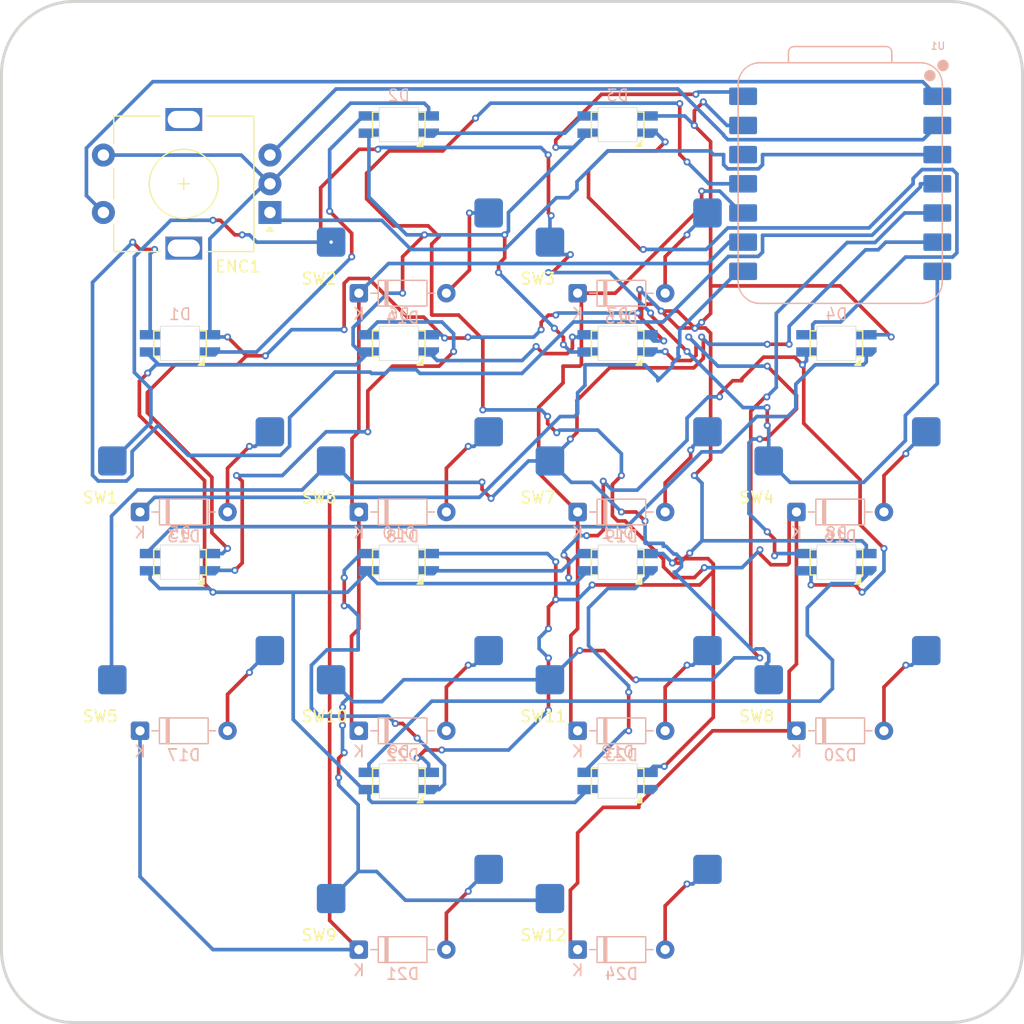
<source format=kicad_pcb>
(kicad_pcb (version 20241229) (generator "pcbnew") (generator_version "9.0")
  (layers (0 "F.Cu" signal) (2 "B.Cu" signal) (13 "F.Paste" user) (15 "B.Paste" user) (5 "F.SilkS" user "F.Silkscreen") (7 "B.SilkS" user "B.Silkscreen") (1 "F.Mask" user) (3 "B.Mask" user) (25 "Edge.Cuts" user))
  (net 0 "")
  (net 1 "Net-(D1-DOUT)")
  (net 2 "+5V")
  (net 3 "GND")
  (net 4 "Net-(D1-DIN)")
  (net 5 "Net-(D2-DOUT)")
  (net 6 "Net-(D3-DOUT)")
  (net 7 "Net-(D4-DOUT)")
  (net 8 "Net-(D5-DOUT)")
  (net 9 "Net-(D6-DOUT)")
  (net 10 "Net-(D7-DOUT)")
  (net 11 "Net-(D8-DOUT)")
  (net 12 "Net-(D10-DIN)")
  (net 13 "Net-(D10-DOUT)")
  (net 14 "Net-(D11-DOUT)")
  (net 16 "Net-(D14-K)")
  (net 17 "Net-(D15-K)")
  (net 18 "Net-(D16-K)")
  (net 19 "Net-(D13-K)")
  (net 20 "Net-(D13-A)")
  (net 21 "Net-(D14-A)")
  (net 22 "Net-(D15-A)")
  (net 23 "Net-(D16-A)")
  (net 24 "Net-(D20-A)")
  (net 25 "Net-(D17-A)")
  (net 26 "Net-(D18-A)")
  (net 27 "Net-(D19-A)")
  (net 28 "Net-(D21-A)")
  (net 29 "Net-(D22-A)")
  (net 30 "Net-(D23-A)")
  (net 31 "Net-(D24-A)")
  (net 32 "Net-(U1-GPIO7{slash}SCL)")
  (net 33 "Net-(U1-GPIO0{slash}TX)")
  (net 34 "Net-(U1-GPIO6{slash}SDA)")
  (net 35 "+3.3V")
  (net 36 "Net-(U1-GPIO27{slash}ADC1{slash}A1)")
  (net 37 "Net-(U1-GPIO28{slash}ADC2{slash}A2)")
  (net 38 "Net-(U1-GPIO26{slash}ADC0{slash}A0)")
  (footprint "ShiftKey Library:Gateron_LP_3.0_Hotswap" (layer "F.Cu") (at 9.525 -9.525)
    (property "Reference" "SW7")
    (property "Value" "SW_Push" (hide yes))
  )
  (footprint "ShiftKey Library:Gateron_LP_3.0_Hotswap" (layer "F.Cu") (at 9.525 9.525)
    (property "Reference" "SW11")
    (property "Value" "SW_Push" (hide yes))
  )
  (footprint "ShiftKey Library:Gateron_LP_3.0_Hotswap" (layer "F.Cu") (at 28.575 -9.525)
    (property "Reference" "SW4")
    (property "Value" "SW_Push" (hide yes))
  )
  (footprint "Rotary_Encoder:RotaryEncoder_Alps_EC11E-Switch_Vertical_H20mm" (layer "F.Cu") (at -21.075 -26.075 180)
    (property "Reference" "ENC1")
    (property "Value" "RotaryEncoder_Switch")
  )
  (footprint "ShiftKey Library:Gateron_LP_3.0_Hotswap" (layer "F.Cu") (at -9.525 -9.525)
    (property "Reference" "SW6")
    (property "Value" "SW_Push" (hide yes))
  )
  (footprint "ShiftKey Library:Gateron_LP_3.0_Hotswap" (layer "F.Cu") (at 9.525 -28.575)
    (property "Reference" "SW3")
    (property "Value" "SW_Push" (hide yes))
  )
  (footprint "ShiftKey Library:Gateron_LP_3.0_Hotswap" (layer "F.Cu") (at 9.525 28.575)
    (property "Reference" "SW12")
    (property "Value" "SW_Push" (hide yes))
  )
  (footprint "ShiftKey Library:Gateron_LP_3.0_Hotswap" (layer "F.Cu") (at -9.525 -28.575)
    (property "Reference" "SW2")
    (property "Value" "SW_Push" (hide yes))
  )
  (footprint "ShiftKey Library:Gateron_LP_3.0_Hotswap" (layer "F.Cu") (at -28.575 9.525)
    (property "Reference" "SW5")
    (property "Value" "SW_Push" (hide yes))
  )
  (footprint "ShiftKey Library:Gateron_LP_3.0_Hotswap" (layer "F.Cu") (at -9.525 28.575)
    (property "Reference" "SW9")
    (property "Value" "SW_Push" (hide yes))
  )
  (footprint "ShiftKey Library:Gateron_LP_3.0_Hotswap" (layer "F.Cu") (at -9.525 9.525)
    (property "Reference" "SW10")
    (property "Value" "SW_Push" (hide yes))
  )
  (footprint "ShiftKey Library:Gateron_LP_3.0_Hotswap" (layer "F.Cu") (at -28.575 -9.525)
    (property "Reference" "SW1")
    (property "Value" "SW_Push" (hide yes))
  )
  (footprint "ShiftKey Library:Gateron_LP_3.0_Hotswap" (layer "F.Cu") (at 28.575 9.525)
    (property "Reference" "SW8")
    (property "Value" "SW_Push" (hide yes))
  )
  (footprint "Diode_THT:D_DO-35_SOD27_P7.62mm_Horizontal" (layer "B.Cu") (at -32.385 19.05)
    (property "Reference" "D17")
    (property "Value" "1N4148")
  )
  (footprint "Diode_THT:D_DO-35_SOD27_P7.62mm_Horizontal" (layer "B.Cu") (at -13.335 38.1)
    (property "Reference" "D21")
    (property "Value" "1N4148")
  )
  (footprint "ShiftKey Library:SK6812MINI-E" (layer "B.Cu") (at -9.8552 4.3688 180)
    (property "Reference" "D10")
    (property "Value" "SK6812MINI" (hide yes))
    (fp_rect (start 1.7 1.5) (end -1.7 -1.5) (stroke (width 0.0508)) (fill no) (layer "Edge.Cuts"))
  )
  (footprint "ShiftKey Library:SK6812MINI-E" (layer "B.Cu") (at 9.1948 4.3688 180)
    (property "Reference" "D11")
    (property "Value" "SK6812MINI" (hide yes))
    (fp_rect (start 1.7 1.5) (end -1.7 -1.5) (stroke (width 0.0508)) (fill no) (layer "Edge.Cuts"))
  )
  (footprint "ShiftKey Library:SK6812MINI-E" (layer "B.Cu") (at -9.8552 -14.6812 180)
    (property "Reference" "D6")
    (property "Value" "SK6812MINI" (hide yes))
    (fp_rect (start 1.7 1.5) (end -1.7 -1.5) (stroke (width 0.0508)) (fill no) (layer "Edge.Cuts"))
  )
  (footprint "Diode_THT:D_DO-35_SOD27_P7.62mm_Horizontal" (layer "B.Cu") (at 5.715 0)
    (property "Reference" "D19")
    (property "Value" "1N4148")
  )
  (footprint "ShiftKey Library:SK6812MINI-E" (layer "B.Cu") (at 28.2448 4.3688 180)
    (property "Reference" "D8")
    (property "Value" "SK6812MINI" (hide yes))
    (fp_rect (start 1.7 1.5) (end -1.7 -1.5) (stroke (width 0.0508)) (fill no) (layer "Edge.Cuts"))
  )
  (footprint "ShiftKey Library:SK6812MINI-E" (layer "B.Cu") (at 9.1948 23.4188 180)
    (property "Reference" "D12")
    (property "Value" "SK6812MINI" (hide yes))
    (fp_rect (start 1.7 1.5) (end -1.7 -1.5) (stroke (width 0.0508)) (fill no) (layer "Edge.Cuts"))
  )
  (footprint "ShiftKey Library:SK6812MINI-E" (layer "B.Cu") (at 9.1948 -33.7312 180)
    (property "Reference" "D3")
    (property "Value" "SK6812MINI" (hide yes))
    (fp_rect (start 1.7 1.5) (end -1.7 -1.5) (stroke (width 0.0508)) (fill no) (layer "Edge.Cuts"))
  )
  (footprint "Diode_THT:D_DO-35_SOD27_P7.62mm_Horizontal" (layer "B.Cu") (at -13.335 0)
    (property "Reference" "D18")
    (property "Value" "1N4148")
  )
  (footprint "opl:XIAO-RP2040-DIP" (layer "B.Cu") (at 28.575 -28.575 180)
    (property "Reference" "U1")
    (property "Value" "XIAO-RP2040-DIP")
  )
  (footprint "Diode_THT:D_DO-35_SOD27_P7.62mm_Horizontal" (layer "B.Cu") (at 5.715 38.1)
    (property "Reference" "D24")
    (property "Value" "1N4148")
  )
  (footprint "Diode_THT:D_DO-35_SOD27_P7.62mm_Horizontal" (layer "B.Cu") (at 24.765 0)
    (property "Reference" "D16")
    (property "Value" "1N4148")
  )
  (footprint "ShiftKey Library:SK6812MINI-E" (layer "B.Cu") (at -28.9052 4.3688 180)
    (property "Reference" "D5")
    (property "Value" "SK6812MINI" (hide yes))
    (fp_rect (start 1.7 1.5) (end -1.7 -1.5) (stroke (width 0.0508)) (fill no) (layer "Edge.Cuts"))
  )
  (footprint "ShiftKey Library:SK6812MINI-E" (layer "B.Cu") (at -9.8552 23.4188 180)
    (property "Reference" "D9")
    (property "Value" "SK6812MINI" (hide yes))
    (fp_rect (start 1.7 1.5) (end -1.7 -1.5) (stroke (width 0.0508)) (fill no) (layer "Edge.Cuts"))
  )
  (footprint "Diode_THT:D_DO-35_SOD27_P7.62mm_Horizontal" (layer "B.Cu") (at 24.765 19.05)
    (property "Reference" "D20")
    (property "Value" "1N4148")
  )
  (footprint "Diode_THT:D_DO-35_SOD27_P7.62mm_Horizontal" (layer "B.Cu") (at 5.715 19.05)
    (property "Reference" "D23")
    (property "Value" "1N4148")
  )
  (footprint "ShiftKey Library:SK6812MINI-E" (layer "B.Cu") (at -9.8552 -33.7312 180)
    (property "Reference" "D2")
    (property "Value" "SK6812MINI" (hide yes))
    (fp_rect (start 1.7 1.5) (end -1.7 -1.5) (stroke (width 0.0508)) (fill no) (layer "Edge.Cuts"))
  )
  (footprint "ShiftKey Library:SK6812MINI-E" (layer "B.Cu") (at 28.2448 -14.6812 180)
    (property "Reference" "D4")
    (property "Value" "SK6812MINI" (hide yes))
    (fp_rect (start 1.7 1.5) (end -1.7 -1.5) (stroke (width 0.0508)) (fill no) (layer "Edge.Cuts"))
  )
  (footprint "Diode_THT:D_DO-35_SOD27_P7.62mm_Horizontal" (layer "B.Cu") (at -32.385 0)
    (property "Reference" "D13")
    (property "Value" "1N4148")
  )
  (footprint "Diode_THT:D_DO-35_SOD27_P7.62mm_Horizontal" (layer "B.Cu") (at -13.335 19.05)
    (property "Reference" "D22")
    (property "Value" "1N4148")
  )
  (footprint "ShiftKey Library:SK6812MINI-E" (layer "B.Cu") (at 9.1948 -14.6812 180)
    (property "Reference" "D7")
    (property "Value" "SK6812MINI" (hide yes))
    (fp_rect (start 1.7 1.5) (end -1.7 -1.5) (stroke (width 0.0508)) (fill no) (layer "Edge.Cuts"))
  )
  (footprint "Diode_THT:D_DO-35_SOD27_P7.62mm_Horizontal" (layer "B.Cu") (at -13.335 -19.05)
    (property "Reference" "D14")
    (property "Value" "1N4148")
  )
  (footprint "Diode_THT:D_DO-35_SOD27_P7.62mm_Horizontal" (layer "B.Cu") (at 5.715 -19.05)
    (property "Reference" "D15")
    (property "Value" "1N4148")
  )
  (footprint "ShiftKey Library:SK6812MINI-E" (layer "B.Cu") (at -28.9052 -14.6812 180)
    (property "Reference" "D1")
    (property "Value" "SK6812MINI" (hide yes))
    (fp_rect (start 1.7 1.5) (end -1.7 -1.5) (stroke (width 0.0508)) (fill no) (layer "Edge.Cuts"))
  )
  (gr_arc (start 38.1 -44.45) (mid 42.590128 -42.590128) (end 44.45 -38.1) (stroke (width 0.254)) (layer "Edge.Cuts"))
  (gr_line (start -44.45 -38.1) (end -44.45 38.1) (stroke (width 0.254)) (layer "Edge.Cuts"))
  (gr_arc (start 44.45 38.1) (mid 42.590128 42.590128) (end 38.1 44.45) (stroke (width 0.254)) (layer "Edge.Cuts"))
  (gr_arc (start -38.1 44.45) (mid -42.590128 42.590128) (end -44.45 38.1) (stroke (width 0.254)) (layer "Edge.Cuts"))
  (gr_arc (start -44.45 -38.1) (mid -42.590128 -42.590128) (end -38.1 -44.45) (stroke (width 0.254)) (layer "Edge.Cuts"))
  (gr_line (start -38.1 44.45) (end 38.1 44.45) (stroke (width 0.254)) (layer "Edge.Cuts"))
  (gr_line (start 38.1 -44.45) (end -38.1 -44.45) (stroke (width 0.254)) (layer "Edge.Cuts"))
  (gr_line (start 44.45 38.1) (end 44.45 -38.1) (stroke (width 0.254)) (layer "Edge.Cuts"))
  (segment (start -13.954676 -24.260726) (end -13.954676 -22.217525) (width 0.3175) (layer "F.Cu") (net 1))
  (segment (start -15.875 -26.18105) (end -13.954676 -24.260726) (width 0.3175) (layer "F.Cu") (net 1))
  (via (at -13.954676 -22.217525) (size 0.6096) (drill 0.3048) (layers "F.Cu" "B.Cu") (net 1))
  (via (at -15.875 -26.18105) (size 0.6096) (drill 0.3048) (layers "F.Cu" "B.Cu") (net 1))
  (segment (start -12.4552 -34.4812) (end -12.9452 -34.4812) (width 0.3175) (layer "B.Cu") (net 1))
  (segment (start -13.954676 -22.217525) (end -22.241001 -13.9312) (width 0.3175) (layer "B.Cu") (net 1))
  (segment (start -12.9452 -34.4812) (end -15.875 -31.5514) (width 0.3175) (layer "B.Cu") (net 1))
  (segment (start -22.241001 -13.9312) (end -26.3052 -13.9312) (width 0.3175) (layer "B.Cu") (net 1))
  (segment (start -15.875 -31.5514) (end -15.875 -26.18105) (width 0.3175) (layer "B.Cu") (net 1))
  (segment (start 30.30775 -2.806859) (end 30.30775 1.09775) (width 0.3175) (layer "F.Cu") (net 2))
  (segment (start -9.525 -19.05) (end -9.525 -22.225) (width 0.3175) (layer "F.Cu") (net 2))
  (segment (start 20.00785 -11.588836) (end 20.00785 -11.43) (width 0.3175) (layer "F.Cu") (net 2))
  (segment (start -1.166 -21.59) (end -0.635 -22.121) (width 0.3175) (layer "F.Cu") (net 2))
  (segment (start -32.44205 -11.37295) (end -32.44205 -8.406659) (width 0.3175) (layer "F.Cu") (net 2))
  (segment (start 7.4667 2.0583) (end 6.49605 2.0583) (width 0.3175) (layer "F.Cu") (net 2))
  (segment (start -32.44205 -8.406659) (end -26.765609 -2.730218) (width 0.3175) (layer "F.Cu") (net 2))
  (segment (start 25.285819 -12.814181) (end 25.4 -12.7) (width 0.3175) (layer "F.Cu") (net 2))
  (segment (start -1.166 -20.851) (end -1.166 -21.59) (width 0.3175) (layer "F.Cu") (net 2))
  (segment (start -9.525 -22.225) (end -7.62 -24.13) (width 0.3175) (layer "F.Cu") (net 2))
  (segment (start 29.845 6.35) (end 26.035 6.35) (width 0.3175) (layer "F.Cu") (net 2))
  (segment (start -26.765609 6.254391) (end -26.035 6.985) (width 0.3175) (layer "F.Cu") (net 2))
  (segment (start 4.93395 4.156121) (end 4.93395 5.715) (width 0.3175) (layer "F.Cu") (net 2))
  (segment (start 21.901064 -13.48205) (end 20.00785 -11.588836) (width 0.3175) (layer "F.Cu") (net 2))
  (segment (start 16.006034 -36.367156) (end 7.792156 -36.367156) (width 0.3175) (layer "F.Cu") (net 2))
  (segment (start -26.765609 -2.730218) (end -26.765609 6.254391) (width 0.3175) (layer "F.Cu") (net 2))
  (segment (start 25.4 -7.714609) (end 30.30775 -2.806859) (width 0.3175) (layer "F.Cu") (net 2))
  (segment (start 7.792156 -36.367156) (end 3.81 -32.385) (width 0.3175) (layer "F.Cu") (net 2))
  (segment (start 19.215429 -11.43) (end 18.0751 -10.289671) (width 0.3175) (layer "F.Cu") (net 2))
  (segment (start 30.48 6.985) (end 29.845 6.35) (width 0.3175) (layer "F.Cu") (net 2))
  (segment (start 7.947086 1.577914) (end 7.4667 2.0583) (width 0.3175) (layer "F.Cu") (net 2))
  (segment (start 25.4 -12.7) (end 25.4 -7.714609) (width 0.3175) (layer "F.Cu") (net 2))
  (segment (start 3.81 -32.385) (end 3.81 -31.75) (width 0.3175) (layer "F.Cu") (net 2))
  (segment (start 4.477493 -14.572507) (end 4.477493 -15.207507) (width 0.3175) (layer "F.Cu") (net 2))
  (segment (start 30.30775 1.09775) (end 32.385 3.175) (width 0.3175) (layer "F.Cu") (net 2))
  (segment (start -31.718752 -12.096248) (end -32.44205 -11.37295) (width 0.3175) (layer "F.Cu") (net 2))
  (segment (start 4.477493 -15.207507) (end 3.690421 -15.994579) (width 0.3175) (layer "F.Cu") (net 2))
  (segment (start 7.947086 -2.682486) (end 7.947086 1.577914) (width 0.3175) (layer "F.Cu") (net 2))
  (segment (start 4.523002 3.745173) (end 4.93395 4.156121) (width 0.3175) (layer "F.Cu") (net 2))
  (segment (start 24.61795 -13.48205) (end 21.901064 -13.48205) (width 0.3175) (layer "F.Cu") (net 2))
  (segment (start 18.0751 -10.289671) (end 18.0751 -10.030329) (width 0.3175) (layer "F.Cu") (net 2))
  (segment (start -0.635 -22.121) (end -0.635 -24.13) (width 0.3175) (layer "F.Cu") (net 2))
  (segment (start 25.285819 -12.814181) (end 24.61795 -13.48205) (width 0.3175) (layer "F.Cu") (net 2))
  (segment (start 20.00785 -11.43) (end 19.215429 -11.43) (width 0.3175) (layer "F.Cu") (net 2))
  (via (at 32.385 3.175) (size 0.6096) (drill 0.3048) (layers "F.Cu" "B.Cu") (net 2))
  (via (at 16.006034 -36.367156) (size 0.6096) (drill 0.3048) (layers "F.Cu" "B.Cu") (net 2))
  (via (at 30.48 6.985) (size 0.6096) (drill 0.3048) (layers "F.Cu" "B.Cu") (net 2))
  (via (at -9.525 -19.05) (size 0.6096) (drill 0.3048) (layers "F.Cu" "B.Cu") (net 2))
  (via (at -1.166 -20.851) (size 0.6096) (drill 0.3048) (layers "F.Cu" "B.Cu") (net 2))
  (via (at -31.718752 -12.096248) (size 0.6096) (drill 0.3048) (layers "F.Cu" "B.Cu") (net 2))
  (via (at 18.0751 -10.030329) (size 0.6096) (drill 0.3048) (layers "F.Cu" "B.Cu") (net 2))
  (via (at 3.690421 -15.994579) (size 0.6096) (drill 0.3048) (layers "F.Cu" "B.Cu") (net 2))
  (via (at -0.635 -24.13) (size 0.6096) (drill 0.3048) (layers "F.Cu" "B.Cu") (net 2))
  (via (at 6.49605 2.0583) (size 0.6096) (drill 0.3048) (layers "F.Cu" "B.Cu") (net 2))
  (via (at 4.523002 3.745173) (size 0.6096) (drill 0.3048) (layers "F.Cu" "B.Cu") (net 2))
  (via (at -26.035 6.985) (size 0.6096) (drill 0.3048) (layers "F.Cu" "B.Cu") (net 2))
  (via (at 3.81 -31.75) (size 0.6096) (drill 0.3048) (layers "F.Cu" "B.Cu") (net 2))
  (via (at -7.62 -24.13) (size 0.6096) (drill 0.3048) (layers "F.Cu" "B.Cu") (net 2))
  (via (at 4.93395 5.715) (size 0.6096) (drill 0.3048) (layers "F.Cu" "B.Cu") (net 2))
  (via (at 4.477493 -14.572507) (size 0.6096) (drill 0.3048) (layers "F.Cu" "B.Cu") (net 2))
  (via (at 25.285819 -12.814181) (size 0.6096) (drill 0.3048) (layers "F.Cu" "B.Cu") (net 2))
  (via (at 7.947086 -2.682486) (size 0.6096) (drill 0.3048) (layers "F.Cu" "B.Cu") (net 2))
  (via (at 26.035 6.35) (size 0.6096) (drill 0.3048) (layers "F.Cu" "B.Cu") (net 2))
  (segment (start -11.705539 6.23175) (end 5.08 6.23175) (width 0.3175) (layer "B.Cu") (net 2))
  (segment (start 4.93395 5.715) (end 4.93395 6.0857) (width 0.3175) (layer "B.Cu") (net 2))
  (segment (start -9.165951 -24.13) (end -12.4552 -27.419249) (width 0.3175) (layer "B.Cu") (net 2))
  (segment (start -12.4552 5.1188) (end -12.4552 5.482089) (width 0.3175) (layer "B.Cu") (net 2))
  (segment (start 4.93395 6.0857) (end 5.08 6.23175) (width 0.3175) (layer "B.Cu") (net 2))
  (segment (start -13.56815 -12.81825) (end -12.4552 -13.9312) (width 0.3175) (layer "B.Cu") (net 2))
  (segment (start -12.4552 5.1188) (end -14.3214 6.985) (width 0.3175) (layer "B.Cu") (net 2))
  (segment (start 15.24 -8.177814) (end 15.24 -6.255391) (width 0.3175) (layer "B.Cu") (net 2))
  (segment (start -12.18325 25.28175) (end -12.4552 25.0098) (width 0.3175) (layer "B.Cu") (net 2))
  (segment (start -12.4552 -27.419249) (end -12.4552 -32.9812) (width 0.3175) (layer "B.Cu") (net 2))
  (segment (start -19.05 18.064) (end -19.05 6.985) (width 0.3175) (layer "B.Cu") (net 2))
  (segment (start -7.62 -24.13) (end -9.165951 -24.13) (width 0.3175) (layer "B.Cu") (net 2))
  (segment (start 25.6448 -13.9312) (end 25.6448 -13.173162) (width 0.3175) (layer "B.Cu") (net 2))
  (segment (start -12.9452 24.1688) (end -19.05 18.064) (width 0.3175) (layer "B.Cu") (net 2))
  (segment (start -12.4552 -13.9312) (end -13.2197 -13.9312) (width 0.3175) (layer "B.Cu") (net 2))
  (segment (start 5.8908 2.0583) (end 4.523002 3.426098) (width 0.3175) (layer "B.Cu") (net 2))
  (segment (start 17.092515 -10.030329) (end 15.24 -8.177814) (width 0.3175) (layer "B.Cu") (net 2))
  (segment (start 5.08 6.23175) (end 5.48185 6.23175) (width 0.3175) (layer "B.Cu") (net 2))
  (segment (start 5.48185 6.23175) (end 6.5948 5.1188) (width 0.3175) (layer "B.Cu") (net 2))
  (segment (start 26.035 6.35) (end 26.035 5.509) (width 0.3175) (layer "B.Cu") (net 2))
  (segment (start -10.83605 -19.05) (end -9.525 -19.05) (width 0.3175) (layer "B.Cu") (net 2))
  (segment (start -31.5052 5.8463) (end -31.5052 5.1188) (width 0.3175) (layer "B.Cu") (net 2))
  (segment (start 6.5948 -32.9812) (end -0.31015 -26.07625) (width 0.3175) (layer "B.Cu") (net 2))
  (segment (start -31.5052 -13.9312) (end -31.5052 -13.567911) (width 0.3175) (layer "B.Cu") (net 2))
  (segment (start 3.81 -31.75) (end 5.3636 -31.75) (width 0.3175) (layer "B.Cu") (net 2))
  (segment (start 18.0751 -10.030329) (end 17.092515 -10.030329) (width 0.3175) (layer "B.Cu") (net 2))
  (segment (start 19.745537 -36.569463) (end 16.208341 -36.569463) (width 0.3175) (layer "B.Cu") (net 2))
  (segment (start -30.755539 -12.81825) (end -28.575 -12.81825) (width 0.3175) (layer "B.Cu") (net 2))
  (segment (start 5.3636 -31.75) (end 6.5948 -32.9812) (width 0.3175) (layer "B.Cu") (net 2))
  (segment (start 15.24 -6.255391) (end 10.889609 -1.905) (width 0.3175) (layer "B.Cu") (net 2))
  (segment (start 5.48185 25.28175) (end -12.18325 25.28175) (width 0.3175) (layer "B.Cu") (net 2))
  (segment (start 10.889609 -1.905) (end 8.724572 -1.905) (width 0.3175) (layer "B.Cu") (net 2))
  (segment (start -0.635 -24.13) (end -7.62 -24.13) (width 0.3175) (layer "B.Cu") (net 2))
  (segment (start -30.68945 6.66205) (end -31.5052 5.8463) (width 0.3175) (layer "B.Cu") (net 2))
  (segment (start -30.99675 -12.81825) (end -31.718752 -12.096248) (width 0.3175) (layer "B.Cu") (net 2))
  (segment (start 6.5948 24.1688) (end 5.48185 25.28175) (width 0.3175) (layer "B.Cu") (net 2))
  (segment (start -19.05 6.985) (end -26.035 6.985) (width 0.3175) (layer "B.Cu") (net 2))
  (segment (start -13.83245 -14.54395) (end -13.83245 -16.0536) (width 0.3175) (layer "B.Cu") (net 2))
  (segment (start -14.3214 6.985) (end -19.05 6.985) (width 0.3175) (layer "B.Cu") (net 2))
  (segment (start -26.35795 6.66205) (end -30.68945 6.66205) (width 0.3175) (layer "B.Cu") (net 2))
  (segment (start -0.31015 -26.07625) (end -0.31015 -24.45485) (width 0.3175) (layer "B.Cu") (net 2))
  (segment (start -12.4552 24.1688) (end -12.9452 24.1688) (width 0.3175) (layer "B.Cu") (net 2))
  (segment (start 32.385 3.175) (end 32.385 5.153534) (width 0.3175) (layer "B.Cu") (net 2))
  (segment (start 32.385 5.153534) (end 30.553534 6.985) (width 0.3175) (layer "B.Cu") (net 2))
  (segment (start 6.49605 2.0583) (end 5.8908 2.0583) (width 0.3175) (layer "B.Cu") (net 2))
  (segment (start 20.12 -36.195) (end 19.745537 -36.569463) (width 0.3175) (layer "B.Cu") (net 2))
  (segment (start -1.166 -20.851) (end 3.690421 -15.994579) (width 0.3175) (layer "B.Cu") (net 2))
  (segment (start -12.4552 25.0098) (end -12.4552 24.1688) (width 0.3175) (layer "B.Cu") (net 2))
  (segment (start 6.5948 -13.9312) (end 5.1188 -13.9312) (width 0.3175) (layer "B.Cu") (net 2))
  (segment (start 25.6448 -13.173162) (end 25.285819 -12.814181) (width 0.3175) (layer "B.Cu") (net 2))
  (segment (start -12.4552 5.482089) (end -11.705539 6.23175) (width 0.3175) (layer "B.Cu") (net 2))
  (segment (start -13.83245 -16.0536) (end -10.83605 -19.05) (width 0.3175) (layer "B.Cu") (net 2))
  (segment (start -31.5052 -13.567911) (end -30.755539 -12.81825) (width 0.3175) (layer "B.Cu") (net 2))
  (segment (start 16.208341 -36.569463) (end 16.006034 -36.367156) (width 0.3175) (layer "B.Cu") (net 2))
  (segment (start -28.575 -12.81825) (end -13.56815 -12.81825) (width 0.3175) (layer "B.Cu") (net 2))
  (segment (start 5.1188 -13.9312) (end 4.477493 -14.572507) (width 0.3175) (layer "B.Cu") (net 2))
  (segment (start -26.035 6.985) (end -26.35795 6.66205) (width 0.3175) (layer "B.Cu") (net 2))
  (segment (start 26.035 5.509) (end 25.6448 5.1188) (width 0.3175) (layer "B.Cu") (net 2))
  (segment (start 30.553534 6.985) (end 30.48 6.985) (width 0.3175) (layer "B.Cu") (net 2))
  (segment (start 8.724572 -1.905) (end 7.947086 -2.682486) (width 0.3175) (layer "B.Cu") (net 2))
  (segment (start -30.755539 -12.81825) (end -30.99675 -12.81825) (width 0.3175) (layer "B.Cu") (net 2))
  (segment (start -13.2197 -13.9312) (end -13.83245 -14.54395) (width 0.3175) (layer "B.Cu") (net 2))
  (segment (start -0.31015 -24.45485) (end -0.635 -24.13) (width 0.3175) (layer "B.Cu") (net 2))
  (segment (start 4.523002 3.426098) (end 4.523002 3.745173) (width 0.3175) (layer "B.Cu") (net 2))
  (segment (start 15.925017 -15.994343) (end 14.425633 -17.493727) (width 0.3175) (layer "F.Cu") (net 3))
  (segment (start 15.875 -33.655) (end 15.875 -34.925) (width 0.3175) (layer "F.Cu") (net 3))
  (segment (start 17.526836 17.881092) (end 13.258964 22.148964) (width 0.3175) (layer "F.Cu") (net 3))
  (segment (start 28.575 -19.685) (end 17.29205 -19.685) (width 0.3175) (layer "F.Cu") (net 3))
  (segment (start -12.476836 -20.32725) (end -14.193164 -20.32725) (width 0.3175) (layer "F.Cu") (net 3))
  (segment (start -3.904536 -15.145464) (end -3.828436 -15.221564) (width 0.3175) (layer "F.Cu") (net 3))
  (segment (start 14.425633 -17.493727) (end 12.986273 -17.493727) (width 0.3175) (layer "F.Cu") (net 3))
  (segment (start 17.29405 -15.561936) (end 17.29405 -4.59405) (width 0.3175) (layer "F.Cu") (net 3))
  (segment (start 15.875 -34.925) (end 16.661595 -35.711595) (width 0.3175) (layer "F.Cu") (net 3))
  (segment (start 17.068722 4.063164) (end 14.351836 4.063164) (width 0.3175) (layer "F.Cu") (net 3))
  (segment (start 3.81 7.62) (end 3.175 8.255) (width 0.3175) (layer "F.Cu") (net 3))
  (segment (start 17.526836 4.521278) (end 17.068722 4.063164) (width 0.3175) (layer "F.Cu") (net 3))
  (segment (start 11.119886 -16.985541) (end 13.215996 -14.889431) (width 0.3175) (layer "F.Cu") (net 3))
  (segment (start -23.1243 -13.5993) (end -24.765 -15.24) (width 0.3175) (layer "F.Cu") (net 3))
  (segment (start 13.97 4.445) (end 14.605 4.445) (width 0.3175) (layer "F.Cu") (net 3))
  (segment (start -14.193164 -20.32725) (end -14.6135 -19.906914) (width 0.3175) (layer "F.Cu") (net 3))
  (segment (start -26.129609 -3.030786) (end -31.75 -8.651177) (width 0.3175) (layer "F.Cu") (net 3))
  (segment (start -7.683895 -16.968309) (end -9.117895 -16.968309) (width 0.3175) (layer "F.Cu") (net 3))
  (segment (start -7.564414 20.720214) (end -8.255 21.4108) (width 0.3175) (layer "F.Cu") (net 3))
  (segment (start 12.388936 -18.10725) (end 14.474136 -16.02205) (width 0.3175) (layer "F.Cu") (net 3))
  (segment (start -6.115214 20.720214) (end -7.564414 20.720214) (width 0.3175) (layer "F.Cu") (net 3))
  (segment (start 14.351836 4.063164) (end 13.97 4.445) (width 0.3175) (layer "F.Cu") (net 3))
  (segment (start -5.86105 -15.145464) (end -7.683895 -16.968309) (width 0.3175) (layer "F.Cu") (net 3))
  (segment (start 15.875 -33.655) (end 17.29205 -32.23795) (width 0.3175) (layer "F.Cu") (net 3))
  (segment (start 17.29205 -17.29205) (end 16.51 -16.51) (width 0.3175) (layer "F.Cu") (net 3))
  (segment (start 17.29205 -19.685) (end 17.29205 -17.29205) (width 0.3175) (layer "F.Cu") (net 3))
  (segment (start -5.86105 -15.145464) (end -3.904536 -15.145464) (width 0.3175) (layer "F.Cu") (net 3))
  (segment (start 16.833936 -16.02205) (end 17.29405 -15.561936) (width 0.3175) (layer "F.Cu") (net 3))
  (segment (start 11.28295 -17.649136) (end 11.741064 -18.10725) (width 0.3175) (layer "F.Cu") (net 3))
  (segment (start 2.54 -15.875) (end 2.54 -16.51) (width 0.3175) (layer "F.Cu") (net 3))
  (segment (start 17.29405 -4.59405) (end 15.875 -3.175) (width 0.3175) (layer "F.Cu") (net 3))
  (segment (start 11.741064 -18.10725) (end 12.388936 -18.10725) (width 0.3175) (layer "F.Cu") (net 3))
  (segment (start -14.6135 -19.906914) (end -14.6135 -15.875) (width 0.3175) (layer "F.Cu") (net 3))
  (segment (start 14.605 4.445) (end 15.474786 3.575214) (width 0.3175) (layer "F.Cu") (net 3))
  (segment (start 3.175 -17.145) (end 3.81 -17.145) (width 0.3175) (layer "F.Cu") (net 3))
  (segment (start 13.215996 -14.889431) (end 11.28295 -16.822477) (width 0.3175) (layer "F.Cu") (net 3))
  (segment (start 11.119886 -19.374886) (end 11.119886 -16.985541) (width 0.3175) (layer "F.Cu") (net 3))
  (segment (start -21.46833 -13.5993) (end -23.1243 -13.5993) (width 0.3175) (layer "F.Cu") (net 3))
  (segment (start 3.175 12.7127) (end 3.175 17.249) (width 0.3175) (layer "F.Cu") (net 3))
  (segment (start 17.526836 5.16915) (end 17.526836 4.521278) (width 0.3175) (layer "F.Cu") (net 3))
  (segment (start 2.54 -16.51) (end 3.175 -17.145) (width 0.3175) (layer "F.Cu") (net 3))
  (segment (start 11.28295 -16.822477) (end 11.28295 -17.649136) (width 0.3175) (layer "F.Cu") (net 3))
  (segment (start 14.474136 -16.02205) (end 16.833936 -16.02205) (width 0.3175) (layer "F.Cu") (net 3))
  (segment (start -29.330573 -12.81825) (end -23.90535 -12.81825) (width 0.3175) (layer "F.Cu") (net 3))
  (segment (start -26.129609 1.810391) (end -26.129609 -3.030786) (width 0.3175) (layer "F.Cu") (net 3))
  (segment (start -24.765 3.175) (end -26.129609 1.810391) (width 0.3175) (layer "F.Cu") (net 3))
  (segment (start 16.345986 6.35) (end 17.526836 5.16915) (width 0.3175) (layer "F.Cu") (net 3))
  (segment (start -23.90535 -12.81825) (end -23.1243 -13.5993) (width 0.3175) (layer "F.Cu") (net 3))
  (segment (start -31.75 -10.398823) (end -29.330573 -12.81825) (width 0.3175) (layer "F.Cu") (net 3))
  (segment (start 3.175 8.255) (end 3.175 10.16) (width 0.3175) (layer "F.Cu") (net 3))
  (segment (start 17.29205 -32.23795) (end 17.29205 -19.685) (width 0.3175) (layer "F.Cu") (net 3))
  (segment (start 6.985 6.35) (end 16.345986 6.35) (width 0.3175) (layer "F.Cu") (net 3))
  (segment (start -9.117895 -16.968309) (end -12.476836 -20.32725) (width 0.3175) (layer "F.Cu") (net 3))
  (segment (start 33.02 -15.24) (end 28.575 -19.685) (width 0.3175) (layer "F.Cu") (net 3))
  (segment (start -31.75 -8.651177) (end -31.75 -10.398823) (width 0.3175) (layer "F.Cu") (net 3))
  (segment (start 3.81 4.33775) (end 3.81 7.62) (width 0.3175) (layer "F.Cu") (net 3))
  (segment (start 17.526836 4.521278) (end 17.526836 17.881092) (width 0.3175) (layer "F.Cu") (net 3))
  (via (at -24.765 -15.24) (size 0.6096) (drill 0.3048) (layers "F.Cu" "B.Cu") (net 3))
  (via (at 13.215996 -14.889431) (size 0.6096) (drill 0.3048) (layers "F.Cu" "B.Cu") (net 3))
  (via (at 15.474786 3.575214) (size 0.6096) (drill 0.3048) (layers "F.Cu" "B.Cu") (net 3))
  (via (at -3.828436 -15.221564) (size 0.6096) (drill 0.3048) (layers "F.Cu" "B.Cu") (net 3))
  (via (at -24.765 3.175) (size 0.6096) (drill 0.3048) (layers "F.Cu" "B.Cu") (net 3))
  (via (at 33.02 -15.24) (size 0.6096) (drill 0.3048) (layers "F.Cu" "B.Cu") (net 3))
  (via (at 3.175 17.249) (size 0.6096) (drill 0.3048) (layers "F.Cu" "B.Cu") (net 3))
  (via (at 13.97 4.445) (size 0.6096) (drill 0.3048) (layers "F.Cu" "B.Cu") (net 3))
  (via (at 15.925017 -15.994343) (size 0.6096) (drill 0.3048) (layers "F.Cu" "B.Cu") (net 3))
  (via (at 16.661595 -35.711595) (size 0.6096) (drill 0.3048) (layers "F.Cu" "B.Cu") (net 3))
  (via (at 12.986273 -17.493727) (size 0.6096) (drill 0.3048) (layers "F.Cu" "B.Cu") (net 3))
  (via (at 3.175 10.16) (size 0.6096) (drill 0.3048) (layers "F.Cu" "B.Cu") (net 3))
  (via (at -14.6135 -15.875) (size 0.6096) (drill 0.3048) (layers "F.Cu" "B.Cu") (net 3))
  (via (at 3.81 7.62) (size 0.6096) (drill 0.3048) (layers "F.Cu" "B.Cu") (net 3))
  (via (at 11.119886 -19.374886) (size 0.6096) (drill 0.3048) (layers "F.Cu" "B.Cu") (net 3))
  (via (at 6.985 6.35) (size 0.6096) (drill 0.3048) (layers "F.Cu" "B.Cu") (net 3))
  (via (at 2.54 -15.875) (size 0.6096) (drill 0.3048) (layers "F.Cu" "B.Cu") (net 3))
  (via (at 3.81 -17.145) (size 0.6096) (drill 0.3048) (layers "F.Cu" "B.Cu") (net 3))
  (via (at 10.960429 -17.325199) (size 0.6096) (drill 0.3048) (layers "F.Cu" "B.Cu") (net 3))
  (via (at 15.875 -3.175) (size 0.6096) (drill 0.3048) (layers "F.Cu" "B.Cu") (net 3))
  (via (at -6.115214 20.720214) (size 0.6096) (drill 0.3048) (layers "F.Cu" "B.Cu") (net 3))
  (via (at -8.255 21.4108) (size 0.6096) (drill 0.3048) (layers "F.Cu" "B.Cu") (net 3))
  (via (at 3.81 4.33775) (size 0.6096) (drill 0.3048) (layers "F.Cu" "B.Cu") (net 3))
  (via (at 15.875 -33.655) (size 0.6096) (drill 0.3048) (layers "F.Cu" "B.Cu") (net 3))
  (via (at 3.175 12.7127) (size 0.6096) (drill 0.3048) (layers "F.Cu" "B.Cu") (net 3))
  (via (at -5.86105 -15.145464) (size 0.6096) (drill 0.3048) (layers "F.Cu" "B.Cu") (net 3))
  (via (at 13.258964 22.148964) (size 0.6096) (drill 0.3048) (layers "F.Cu" "B.Cu") (net 3))
  (via (at -21.46833 -13.5993) (size 0.6096) (drill 0.3048) (layers "F.Cu" "B.Cu") (net 3))
  (via (at 16.51 -16.51) (size 0.6096) (drill 0.3048) (layers "F.Cu" "B.Cu") (net 3))
  (segment (start -7.2552 21.9548) (end -7.2552 22.6688) (width 0.3175) (layer "B.Cu") (net 3))
  (segment (start 12.336569 -14.889431) (end 11.7948 -15.4312) (width 0.3175) (layer "B.Cu") (net 3))
  (segment (start 1.886564 -15.221564) (end 2.54 -15.875) (width 0.3175) (layer "B.Cu") (net 3))
  (segment (start -21.075 -28.575) (end -23.575 -31.075) (width 0.3175) (layer "B.Cu") (net 3))
  (segment (start 18.71819 -33.655) (end 20.12 -33.655) (width 0.3175) (layer "B.Cu") (net 3))
  (segment (start 30.45935 2.50585) (end 30.8448 2.8913) (width 0.3175) (layer "B.Cu") (net 3))
  (segment (start -8.255 21.4108) (end -7.7992 21.4108) (width 0.3175) (layer "B.Cu") (net 3))
  (segment (start -23.575 -31.075) (end -35.575 -31.075) (width 0.3175) (layer "B.Cu") (net 3))
  (segment (start 12.986273 -17.508499) (end 11.119886 -19.374886) (width 0.3175) (layer "B.Cu") (net 3))
  (segment (start -7.2552 3.6188) (end 3.09105 3.6188) (width 0.3175) (layer "B.Cu") (net 3))
  (segment (start -0.296214 20.720214) (end -6.115214 20.720214) (width 0.3175) (layer "B.Cu") (net 3))
  (segment (start -26.3052 3.6188) (end -25.2088 3.6188) (width 0.3175) (layer "B.Cu") (net 3))
  (segment (start 16.54415 -2.50585) (end 16.54415 2.50585) (width 0.3175) (layer "B.Cu") (net 3))
  (segment (start 3.81 -17.145) (end 3.9902 -17.3252) (width 0.3175) (layer "B.Cu") (net 3))
  (segment (start 15.474786 3.575214) (end 16.54415 2.50585) (width 0.3175) (layer "B.Cu") (net 3))
  (segment (start -26.3052 -15.4312) (end -26.3052 -23.7993) (width 0.3175) (layer "B.Cu") (net 3))
  (segment (start -25.2088 3.6188) (end -24.765 3.175) (width 0.3175) (layer "B.Cu") (net 3))
  (segment (start 3.175 17.249) (end -0.296214 20.720214) (width 0.3175) (layer "B.Cu") (net 3))
  (segment (start -19.19263 -15.875) (end -21.46833 -13.5993) (width 0.3175) (layer "B.Cu") (net 3))
  (segment (start 15.875 -3.175) (end 16.54415 -2.50585) (width 0.3175) (layer "B.Cu") (net 3))
  (segment (start 13.215996 -14.889431) (end 12.336569 -14.889431) (width 0.3175) (layer "B.Cu") (net 3))
  (segment (start 3.175 10.16) (end 2.3622 10.9728) (width 0.3175) (layer "B.Cu") (net 3))
  (segment (start -14.05585 -35.59415) (end -21.075 -28.575) (width 0.3175) (layer "B.Cu") (net 3))
  (segment (start -7.2552 -34.4812) (end -7.2552 -35.2087) (width 0.3175) (layer "B.Cu") (net 3))
  (segment (start 3.09105 3.6188) (end 3.81 4.33775) (width 0.3175) (layer "B.Cu") (net 3))
  (segment (start 16.661595 -35.711595) (end 18.71819 -33.655) (width 0.3175) (layer "B.Cu") (net 3))
  (segment (start -26.114 -15.24) (end -26.3052 -15.4312) (width 0.3175) (layer "B.Cu") (net 3))
  (segment (start 16.440674 -16.51) (end 15.925017 -15.994343) (width 0.3175) (layer "B.Cu") (net 3))
  (segment (start -3.828436 -15.221564) (end 1.886564 -15.221564) (width 0.3175) (layer "B.Cu") (net 3))
  (segment (start 16.51 -16.51) (end 16.440674 -16.51) (width 0.3175) (layer "B.Cu") (net 3))
  (segment (start -7.2552 -15.4312) (end -6.146786 -15.4312) (width 0.3175) (layer "B.Cu") (net 3))
  (segment (start 15.0488 -34.4812) (end 15.875 -33.655) (width 0.3175) (layer "B.Cu") (net 3))
  (segment (start 30.8448 2.8913) (end 30.8448 3.6188) (width 0.3175) (layer "B.Cu") (net 3))
  (segment (start 12.314636 22.148964) (end 11.7948 22.6688) (width 0.3175) (layer "B.Cu") (net 3))
  (segment (start 13.1438 3.6188) (end 13.97 4.445) (width 0.3175) (layer "B.Cu") (net 3))
  (segment (start 13.258964 22.148964) (end 12.314636 22.148964) (width 0.3175) (layer "B.Cu") (net 3))
  (segment (start -7.2552 -35.2087) (end -7.64065 -35.59415) (width 0.3175) (layer "B.Cu") (net 3))
  (segment (start -6.146786 -15.4312) (end -5.86105 -15.145464) (width 0.3175) (layer "B.Cu") (net 3))
  (segment (start 2.3622 11.8999) (end 3.175 12.7127) (width 0.3175) (layer "B.Cu") (net 3))
  (segment (start 32.8288 -15.4312) (end 33.02 -15.24) (width 0.3175) (layer "B.Cu") (net 3))
  (segment (start 12.986273 -17.493727) (end 12.986273 -17.508499) (width 0.3175) (layer "B.Cu") (net 3))
  (segment (start -26.3052 -23.7993) (end -21.5295 -28.575) (width 0.3175) (layer "B.Cu") (net 3))
  (segment (start -21.5295 -28.575) (end -21.075 -28.575) (width 0.3175) (layer "B.Cu") (net 3))
  (segment (start -24.765 -15.24) (end -26.114 -15.24) (width 0.3175) (layer "B.Cu") (net 3))
  (segment (start 11.7948 3.6188) (end 13.1438 3.6188) (width 0.3175) (layer "B.Cu") (net 3))
  (segment (start -14.6135 -15.875) (end -19.19263 -15.875) (width 0.3175) (layer "B.Cu") (net 3))
  (segment (start -7.7992 21.4108) (end -7.2552 21.9548) (width 0.3175) (layer "B.Cu") (net 3))
  (segment (start 3.81 7.62) (end 5.715 7.62) (width 0.3175) (layer "B.Cu") (net 3))
  (segment (start -7.64065 -35.59415) (end -14.05585 -35.59415) (width 0.3175) (layer "B.Cu") (net 3))
  (segment (start 30.8448 -15.4312) (end 32.8288 -15.4312) (width 0.3175) (layer "B.Cu") (net 3))
  (segment (start 11.7948 -34.4812) (end 15.0488 -34.4812) (width 0.3175) (layer "B.Cu") (net 3))
  (segment (start 3.9902 -17.3252) (end 10.960429 -17.325199) (width 0.3175) (layer "B.Cu") (net 3))
  (segment (start 5.715 7.62) (end 6.985 6.35) (width 0.3175) (layer "B.Cu") (net 3))
  (segment (start 16.54415 2.50585) (end 30.45935 2.50585) (width 0.3175) (layer "B.Cu") (net 3))
  (segment (start 2.3622 10.9728) (end 2.3622 11.8999) (width 0.3175) (layer "B.Cu") (net 3))
  (segment (start -32.385 -22.86) (end -33.02 -23.495) (width 0.3175) (layer "F.Cu") (net 4))
  (segment (start -31.115 -22.86) (end -32.385 -22.86) (width 0.3175) (layer "F.Cu") (net 4))
  (via (at -33.02 -23.495) (size 0.6096) (drill 0.3048) (layers "F.Cu" "B.Cu") (net 4))
  (via (at -31.115 -22.86) (size 0.6096) (drill 0.3048) (layers "F.Cu" "B.Cu") (net 4))
  (segment (start -8.339127 -12.38795) (end -8.016177 -12.065) (width 0.3175) (layer "B.Cu") (net 4))
  (segment (start -36.021564 -2.69775) (end -33.574436 -2.69775) (width 0.3175) (layer "B.Cu") (net 4))
  (segment (start -30.80195 -7.54161) (end -28.19329 -4.93295) (width 0.3175) (layer "B.Cu") (net 4))
  (segment (start 18.852868 -22.25575) (end 21.448632 -22.25575) (width 0.3175) (layer "B.Cu") (net 4))
  (segment (start -28.19329 -4.93295) (end -20.163236 -4.93295) (width 0.3175) (layer "B.Cu") (net 4))
  (segment (start 13.141268 -16.54415) (end 18.852868 -22.25575) (width 0.3175) (layer "B.Cu") (net 4))
  (segment (start -12.341539 -12.18225) (end -12.224289 -12.065) (width 0.3175) (layer "B.Cu") (net 4))
  (segment (start -33.02 -23.495) (end -36.51985 -19.99515) (width 0.3175) (layer "B.Cu") (net 4))
  (segment (start -31.5052 -22.4698) (end -31.115 -22.86) (width 0.3175) (layer "B.Cu") (net 4))
  (segment (start -36.51985 -3.196036) (end -36.021564 -2.69775) (width 0.3175) (layer "B.Cu") (net 4))
  (segment (start -33.07615 -3.196036) (end -33.07615 -5.26741) (width 0.3175) (layer "B.Cu") (net 4))
  (segment (start -33.07615 -5.26741) (end -30.80195 -7.54161) (width 0.3175) (layer "B.Cu") (net 4))
  (segment (start -31.5052 -15.4312) (end -31.5052 -22.4698) (width 0.3175) (layer "B.Cu") (net 4))
  (segment (start -19.36015 -5.736036) (end -19.36015 -8.233964) (width 0.3175) (layer "B.Cu") (net 4))
  (segment (start -12.224289 -12.065) (end -11.033823 -12.065) (width 0.3175) (layer "B.Cu") (net 4))
  (segment (start -33.574436 -2.69775) (end -33.07615 -3.196036) (width 0.3175) (layer "B.Cu") (net 4))
  (segment (start -20.163236 -4.93295) (end -19.36015 -5.736036) (width 0.3175) (layer "B.Cu") (net 4))
  (segment (start -15.411864 -12.18225) (end -12.341539 -12.18225) (width 0.3175) (layer "B.Cu") (net 4))
  (segment (start 0.865414 -12.065) (end 5.344564 -16.54415) (width 0.3175) (layer "B.Cu") (net 4))
  (segment (start 21.448632 -22.25575) (end 21.81325 -22.620368) (width 0.3175) (layer "B.Cu") (net 4))
  (segment (start -11.033823 -12.065) (end -10.710873 -12.38795) (width 0.3175) (layer "B.Cu") (net 4))
  (segment (start -19.36015 -8.233964) (end -15.411864 -12.18225) (width 0.3175) (layer "B.Cu") (net 4))
  (segment (start -8.016177 -12.065) (end 0.865414 -12.065) (width 0.3175) (layer "B.Cu") (net 4))
  (segment (start 5.344564 -16.54415) (end 13.141268 -16.54415) (width 0.3175) (layer "B.Cu") (net 4))
  (segment (start 35.561 -28.575) (end 37.03 -28.575) (width 0.3175) (layer "B.Cu") (net 4))
  (segment (start 21.81325 -22.620368) (end 21.81325 -24.09825) (width 0.3175) (layer "B.Cu") (net 4))
  (segment (start 31.34769 -24.09825) (end 35.561 -28.31156) (width 0.3175) (layer "B.Cu") (net 4))
  (segment (start -36.51985 -19.99515) (end -36.51985 -3.196036) (width 0.3175) (layer "B.Cu") (net 4))
  (segment (start -10.710873 -12.38795) (end -8.339127 -12.38795) (width 0.3175) (layer "B.Cu") (net 4))
  (segment (start 35.561 -28.31156) (end 35.561 -28.575) (width 0.3175) (layer "B.Cu") (net 4))
  (segment (start 21.81325 -24.09825) (end 31.34769 -24.09825) (width 0.3175) (layer "B.Cu") (net 4))
  (segment (start 6.5948 -34.4812) (end 6.1048 -34.4812) (width 0.3175) (layer "B.Cu") (net 5))
  (segment (start 6.1048 -34.4812) (end 4.6048 -32.9812) (width 0.3175) (layer "B.Cu") (net 5))
  (segment (start 4.6048 -32.9812) (end -7.2552 -32.9812) (width 0.3175) (layer "B.Cu") (net 5))
  (segment (start 13.335 -32.219) (end 12.55395 -31.43795) (width 0.3175) (layer "F.Cu") (net 6))
  (segment (start 12.55395 -31.43795) (end 8.339127 -31.43795) (width 0.3175) (layer "F.Cu") (net 6))
  (segment (start 6.66205 -29.760873) (end 6.66205 -27.389127) (width 0.3175) (layer "F.Cu") (net 6))
  (segment (start 6.66205 -27.389127) (end 11.191177 -22.86) (width 0.3175) (layer "F.Cu") (net 6))
  (segment (start 8.339127 -31.43795) (end 6.66205 -29.760873) (width 0.3175) (layer "F.Cu") (net 6))
  (segment (start 11.191177 -22.86) (end 11.43 -22.86) (width 0.3175) (layer "F.Cu") (net 6))
  (via (at 13.335 -32.219) (size 0.6096) (drill 0.3048) (layers "F.Cu" "B.Cu") (net 6))
  (via (at 11.43 -22.86) (size 0.6096) (drill 0.3048) (layers "F.Cu" "B.Cu") (net 6))
  (segment (start 38.358632 -22.19425) (end 34.25925 -22.19425) (width 0.3175) (layer "B.Cu") (net 6))
  (segment (start 38.735 -29.437882) (end 38.735 -22.570618) (width 0.3175) (layer "B.Cu") (net 6))
  (segment (start 11.7948 -32.9812) (end 12.5728 -32.9812) (width 0.3175) (layer "B.Cu") (net 6))
  (segment (start 38.358632 -29.81425) (end 38.735 -29.437882) (width 0.3175) (layer "B.Cu") (net 6))
  (segment (start 34.925 -28.575) (end 34.925 -29.037882) (width 0.3175) (layer "B.Cu") (net 6))
  (segment (start 26.18185 -16.331539) (end 26.18185 -15.4312) (width 0.3175) (layer "B.Cu") (net 6))
  (segment (start 35.701368 -29.81425) (end 38.358632 -29.81425) (width 0.3175) (layer "B.Cu") (net 6))
  (segment (start 34.925 -29.037882) (end 35.701368 -29.81425) (width 0.3175) (layer "B.Cu") (net 6))
  (segment (start 31.08425 -24.73425) (end 34.925 -28.575) (width 0.3175) (layer "B.Cu") (net 6))
  (segment (start 11.43 -22.86) (end 16.917118 -22.86) (width 0.3175) (layer "B.Cu") (net 6))
  (segment (start 26.394461 -16.54415) (end 26.18185 -16.331539) (width 0.3175) (layer "B.Cu") (net 6))
  (segment (start 16.917118 -22.86) (end 18.791368 -24.73425) (width 0.3175) (layer "B.Cu") (net 6))
  (segment (start 34.25925 -22.19425) (end 28.60915 -16.54415) (width 0.3175) (layer "B.Cu") (net 6))
  (segment (start 26.18185 -15.4312) (end 25.6448 -15.4312) (width 0.3175) (layer "B.Cu") (net 6))
  (segment (start 12.5728 -32.9812) (end 13.335 -32.219) (width 0.3175) (layer "B.Cu") (net 6))
  (segment (start 38.735 -22.570618) (end 38.358632 -22.19425) (width 0.3175) (layer "B.Cu") (net 6))
  (segment (start 18.791368 -24.73425) (end 31.08425 -24.73425) (width 0.3175) (layer "B.Cu") (net 6))
  (segment (start 28.60915 -16.54415) (end 26.394461 -16.54415) (width 0.3175) (layer "B.Cu") (net 6))
  (segment (start -31.5052 3.255511) (end -29.526939 1.27725) (width 0.3175) (layer "B.Cu") (net 7))
  (segment (start 24.70795 -9.02258) (end 24.70795 -11.131739) (width 0.3175) (layer "B.Cu") (net 7))
  (segment (start 21.315864 -8.31205) (end 23.99742 -8.31205) (width 0.3175) (layer "B.Cu") (net 7))
  (segment (start 30.59825 -12.81825) (end 30.8448 -13.0648) (width 0.3175) (layer "B.Cu") (net 7))
  (segment (start 16.51 -5.23775) (end 18.241564 -5.23775) (width 0.3175) (layer "B.Cu") (net 7))
  (segment (start 30.8448 -13.0648) (end 30.8448 -13.9312) (width 0.3175) (layer "B.Cu") (net 7))
  (segment (start 26.394461 -12.81825) (end 30.59825 -12.81825) (width 0.3175) (layer "B.Cu") (net 7))
  (segment (start 24.70795 -11.131739) (end 26.394461 -12.81825) (width 0.3175) (layer "B.Cu") (net 7))
  (segment (start 18.241564 -5.23775) (end 21.315864 -8.31205) (width 0.3175) (layer "B.Cu") (net 7))
  (segment (start 23.99742 -8.31205) (end 24.70795 -9.02258) (width 0.3175) (layer "B.Cu") (net 7))
  (segment (start 9.995 1.27725) (end 16.51 -5.23775) (width 0.3175) (layer "B.Cu") (net 7))
  (segment (start -31.5052 3.6188) (end -31.5052 3.255511) (width 0.3175) (layer "B.Cu") (net 7))
  (segment (start -29.526939 1.27725) (end 9.995 1.27725) (width 0.3175) (layer "B.Cu") (net 7))
  (segment (start -23.48775 4.43775) (end -24.13 5.08) (width 0.3175) (layer "F.Cu") (net 8))
  (segment (start -23.98395 -3.175) (end -23.48775 -2.6788) (width 0.3175) (layer "F.Cu") (net 8))
  (segment (start -5.08 -13.97) (end -6.35 -12.7) (width 0.3175) (layer "F.Cu") (net 8))
  (segment (start -23.48775 -2.6788) (end -23.48775 4.43775) (width 0.3175) (layer "F.Cu") (net 8))
  (segment (start -12.55395 -10.544873) (end -12.55395 -6.985) (width 0.3175) (layer "F.Cu") (net 8))
  (segment (start -6.35 -12.7) (end -10.398823 -12.7) (width 0.3175) (layer "F.Cu") (net 8))
  (segment (start -10.398823 -12.7) (end -12.55395 -10.544873) (width 0.3175) (layer "F.Cu") (net 8))
  (via (at -23.98395 -3.175) (size 0.6096) (drill 0.3048) (layers "F.Cu" "B.Cu") (net 8))
  (via (at -24.13 5.08) (size 0.6096) (drill 0.3048) (layers "F.Cu" "B.Cu") (net 8))
  (via (at -12.55395 -6.985) (size 0.6096) (drill 0.3048) (layers "F.Cu" "B.Cu") (net 8))
  (via (at -5.08 -13.97) (size 0.6096) (drill 0.3048) (layers "F.Cu" "B.Cu") (net 8))
  (segment (start -11.705539 -16.54415) (end -6.10365 -16.54415) (width 0.3175) (layer "B.Cu") (net 8))
  (segment (start -12.4552 -15.794489) (end -11.705539 -16.54415) (width 0.3175) (layer "B.Cu") (net 8))
  (segment (start -6.10365 -16.54415) (end -5.08 -15.5205) (width 0.3175) (layer "B.Cu") (net 8))
  (segment (start -26.2664 5.08) (end -26.3052 5.1188) (width 0.3175) (layer "B.Cu") (net 8))
  (segment (start -12.55395 -6.985) (end -16.185714 -6.985) (width 0.3175) (layer "B.Cu") (net 8))
  (segment (start -12.4552 -15.4312) (end -12.4552 -15.794489) (width 0.3175) (layer "B.Cu") (net 8))
  (segment (start -5.08 -15.5205) (end -5.08 -13.97) (width 0.3175) (layer "B.Cu") (net 8))
  (segment (start -19.995714 -3.175) (end -23.98395 -3.175) (width 0.3175) (layer "B.Cu") (net 8))
  (segment (start -16.185714 -6.985) (end -19.995714 -3.175) (width 0.3175) (layer "B.Cu") (net 8))
  (segment (start -24.13 5.08) (end -26.2664 5.08) (width 0.3175) (layer "B.Cu") (net 8))
  (segment (start 5.25816 -14.247188) (end 5.25816 -15.231992) (width 0.3175) (layer "F.Cu") (net 9))
  (segment (start 2.719543 -13.790457) (end 4.801429 -13.790457) (width 0.3175) (layer "F.Cu") (net 9))
  (segment (start 2.102921 -14.407079) (end 2.719543 -13.790457) (width 0.3175) (layer "F.Cu") (net 9))
  (segment (start 4.801429 -13.790457) (end 5.25816 -14.247188) (width 0.3175) (layer "F.Cu") (net 9))
  (via (at 2.102921 -14.407079) (size 0.6096) (drill 0.3048) (layers "F.Cu" "B.Cu") (net 9))
  (via (at 5.25816 -15.231992) (size 0.6096) (drill 0.3048) (layers "F.Cu" "B.Cu") (net 9))
  (segment (start -6.51195 -13.18795) (end 0.883792 -13.18795) (width 0.3175) (layer "B.Cu") (net 9))
  (segment (start 6.395592 -15.231992) (end 6.5948 -15.4312) (width 0.3175) (layer "B.Cu") (net 9))
  (segment (start 0.883792 -13.18795) (end 2.102921 -14.407079) (width 0.3175) (layer "B.Cu") (net 9))
  (segment (start -7.2552 -13.9312) (end -6.51195 -13.18795) (width 0.3175) (layer "B.Cu") (net 9))
  (segment (start 5.25816 -15.231992) (end 6.395592 -15.231992) (width 0.3175) (layer "B.Cu") (net 9))
  (segment (start 15.38605 -15.24) (end 16.02205 -14.604) (width 0.3175) (layer "F.Cu") (net 10))
  (segment (start 22.86 3.81) (end 22.86 2.3598) (width 0.3175) (layer "F.Cu") (net 10))
  (segment (start 21.57095 -6.35) (end 22.149986 -6.35) (width 0.3175) (layer "F.Cu") (net 10))
  (segment (start 22.149986 -6.35) (end 24.765 -8.965014) (width 0.3175) (layer "F.Cu") (net 10))
  (segment (start 16.02205 -13.646064) (end 15.563936 -13.18795) (width 0.3175) (layer "F.Cu") (net 10))
  (segment (start 16.02205 -14.604) (end 16.02205 -13.646064) (width 0.3175) (layer "F.Cu") (net 10))
  (segment (start 24.765 -8.965014) (end 24.765 -10.16) (width 0.3175) (layer "F.Cu") (net 10))
  (segment (start 14.11705 -13.18795) (end 13.335 -13.97) (width 0.3175) (layer "F.Cu") (net 10))
  (segment (start 15.563936 -13.18795) (end 14.11705 -13.18795) (width 0.3175) (layer "F.Cu") (net 10))
  (segment (start 22.86 2.3598) (end 22.225 1.7248) (width 0.3175) (layer "F.Cu") (net 10))
  (segment (start 24.765 -10.16) (end 22.225 -12.7) (width 0.3175) (layer "F.Cu") (net 10))
  (via (at 22.225 -12.7) (size 0.6096) (drill 0.3048) (layers "F.Cu" "B.Cu") (net 10))
  (via (at 15.38605 -15.24) (size 0.6096) (drill 0.3048) (layers "F.Cu" "B.Cu") (net 10))
  (via (at 22.225 1.7248) (size 0.6096) (drill 0.3048) (layers "F.Cu" "B.Cu") (net 10))
  (via (at 22.86 3.81) (size 0.6096) (drill 0.3048) (layers "F.Cu" "B.Cu") (net 10))
  (via (at 13.335 -13.97) (size 0.6096) (drill 0.3048) (layers "F.Cu" "B.Cu") (net 10))
  (via (at 21.57095 -6.35) (size 0.6096) (drill 0.3048) (layers "F.Cu" "B.Cu") (net 10))
  (segment (start 11.8336 -13.97) (end 11.7948 -13.9312) (width 0.3175) (layer "B.Cu") (net 10))
  (segment (start 13.335 -13.97) (end 11.8336 -13.97) (width 0.3175) (layer "B.Cu") (net 10))
  (segment (start 17.92605 -12.7) (end 15.38605 -15.24) (width 0.3175) (layer "B.Cu") (net 10))
  (segment (start 23.0512 3.6188) (end 22.86 3.81) (width 0.3175) (layer "B.Cu") (net 10))
  (segment (start 25.6448 3.6188) (end 23.0512 3.6188) (width 0.3175) (layer "B.Cu") (net 10))
  (segment (start 20.63015 0.12995) (end 20.63015 -6.02515) (width 0.3175) (layer "B.Cu") (net 10))
  (segment (start 22.225 1.7248) (end 20.63015 0.12995) (width 0.3175) (layer "B.Cu") (net 10))
  (segment (start 22.225 -12.7) (end 17.92605 -12.7) (width 0.3175) (layer "B.Cu") (net 10))
  (segment (start 20.63015 -6.02515) (end 20.955 -6.35) (width 0.3175) (layer "B.Cu") (net 10))
  (segment (start 20.955 -6.35) (end 21.57095 -6.35) (width 0.3175) (layer "B.Cu") (net 10))
  (segment (start 25.71205 10.710873) (end 25.71205 8.339127) (width 0.3175) (layer "B.Cu") (net 11))
  (segment (start 27.89795 12.896773) (end 25.71205 10.710873) (width 0.3175) (layer "B.Cu") (net 11))
  (segment (start 27.819427 6.23175) (end 30.14185 6.23175) (width 0.3175) (layer "B.Cu") (net 11))
  (segment (start -12.4552 21.9413) (end -6.98185 16.46795) (width 0.3175) (layer "B.Cu") (net 11))
  (segment (start -6.98185 16.46795) (end 26.806659 16.46795) (width 0.3175) (layer "B.Cu") (net 11))
  (segment (start 30.8448 5.5288) (end 30.8448 5.1188) (width 0.3175) (layer "B.Cu") (net 11))
  (segment (start 27.89795 15.376659) (end 27.89795 12.896773) (width 0.3175) (layer "B.Cu") (net 11))
  (segment (start 30.14185 6.23175) (end 30.8448 5.5288) (width 0.3175) (layer "B.Cu") (net 11))
  (segment (start 26.806659 16.46795) (end 27.89795 15.376659) (width 0.3175) (layer "B.Cu") (net 11))
  (segment (start -12.4552 22.6688) (end -12.4552 21.9413) (width 0.3175) (layer "B.Cu") (net 11))
  (segment (start 25.71205 8.339127) (end 27.819427 6.23175) (width 0.3175) (layer "B.Cu") (net 11))
  (segment (start -9.525 18.415) (end -8.255 19.685) (width 0.3175) (layer "F.Cu") (net 12))
  (segment (start -14.605 7.62) (end -14.605 8.167) (width 0.3175) (layer "F.Cu") (net 12))
  (segment (start -10.16 18.415) (end -9.525 18.415) (width 0.3175) (layer "F.Cu") (net 12))
  (segment (start -14.605 5.715) (end -14.605 7.62) (width 0.3175) (layer "F.Cu") (net 12))
  (via (at -14.605 8.167) (size 0.6096) (drill 0.3048) (layers "F.Cu" "B.Cu") (net 12))
  (via (at -10.16 18.415) (size 0.6096) (drill 0.3048) (layers "F.Cu" "B.Cu") (net 12))
  (via (at -8.255 19.685) (size 0.6096) (drill 0.3048) (layers "F.Cu" "B.Cu") (net 12))
  (via (at -14.605 5.715) (size 0.6096) (drill 0.3048) (layers "F.Cu" "B.Cu") (net 12))
  (segment (start -5.87795 22.06205) (end -5.87795 23.69155) (width 0.3175) (layer "B.Cu") (net 12))
  (segment (start -17.46985 17.050564) (end -16.747664 17.77275) (width 0.3175) (layer "B.Cu") (net 12))
  (segment (start -14.605 5.08) (end -14.605 5.715) (width 0.3175) (layer "B.Cu") (net 12))
  (segment (start -13.1438 3.6188) (end -14.605 5.08) (width 0.3175) (layer "B.Cu") (net 12))
  (segment (start -17.46985 13.356036) (end -17.46985 17.050564) (width 0.3175) (layer "B.Cu") (net 12))
  (segment (start -8.255 19.685) (end -5.87795 22.06205) (width 0.3175) (layer "B.Cu") (net 12))
  (segment (start -13.39205 9.02258) (end -13.39205 12.00795) (width 0.3175) (layer "B.Cu") (net 12))
  (segment (start -16.747664 17.77275) (end -10.80225 17.77275) (width 0.3175) (layer "B.Cu") (net 12))
  (segment (start -13.39205 12.00795) (end -16.121764 12.00795) (width 0.3175) (layer "B.Cu") (net 12))
  (segment (start -10.80225 17.77275) (end -10.16 18.415) (width 0.3175) (layer "B.Cu") (net 12))
  (segment (start -14.605 8.167) (end -14.24763 8.167) (width 0.3175) (layer "B.Cu") (net 12))
  (segment (start -14.24763 8.167) (end -13.39205 9.02258) (width 0.3175) (layer "B.Cu") (net 12))
  (segment (start -16.121764 12.00795) (end -17.46985 13.356036) (width 0.3175) (layer "B.Cu") (net 12))
  (segment (start -12.4552 3.6188) (end -13.1438 3.6188) (width 0.3175) (layer "B.Cu") (net 12))
  (segment (start -6.3552 24.1688) (end -7.2552 24.1688) (width 0.3175) (layer "B.Cu") (net 12))
  (segment (start -5.87795 23.69155) (end -6.3552 24.1688) (width 0.3175) (layer "B.Cu") (net 12))
  (segment (start -7.2552 5.1188) (end 4.3303 5.1188) (width 0.3175) (layer "B.Cu") (net 13))
  (segment (start 5.8303 3.6188) (end 6.5948 3.6188) (width 0.3175) (layer "B.Cu") (net 13))
  (segment (start 4.3303 5.1188) (end 5.8303 3.6188) (width 0.3175) (layer "B.Cu") (net 13))
  (segment (start 10.16 15.6869) (end 10.16 19.05) (width 0.3175) (layer "F.Cu") (net 14))
  (via (at 10.16 19.05) (size 0.6096) (drill 0.3048) (layers "F.Cu" "B.Cu") (net 14))
  (via (at 10.16 15.6869) (size 0.6096) (drill 0.3048) (layers "F.Cu" "B.Cu") (net 14))
  (segment (start 10.16 15.145391) (end 10.16 15.6869) (width 0.3175) (layer "B.Cu") (net 14))
  (segment (start 6.66205 8.339127) (end 6.66205 11.647441) (width 0.3175) (layer "B.Cu") (net 14))
  (segment (start 11.7948 5.578123) (end 10.710873 6.66205) (width 0.3175) (layer "B.Cu") (net 14))
  (segment (start 11.7948 5.1188) (end 11.7948 5.578123) (width 0.3175) (layer "B.Cu") (net 14))
  (segment (start 10.16 19.05) (end 9.850311 19.05) (width 0.3175) (layer "B.Cu") (net 14))
  (segment (start 9.850311 19.05) (end 6.5948 22.305511) (width 0.3175) (layer "B.Cu") (net 14))
  (segment (start 10.710873 6.66205) (end 8.339127 6.66205) (width 0.3175) (layer "B.Cu") (net 14))
  (segment (start 6.66205 11.647441) (end 10.16 15.145391) (width 0.3175) (layer "B.Cu") (net 14))
  (segment (start 6.5948 22.305511) (end 6.5948 22.6688) (width 0.3175) (layer "B.Cu") (net 14))
  (segment (start 8.339127 6.66205) (end 6.66205 8.339127) (width 0.3175) (layer "B.Cu") (net 14))
  (segment (start -13.97 18.415) (end -13.97 10.795) (width 0.3175) (layer "F.Cu") (net 16))
  (segment (start -13.97 10.795) (end -13.335 10.16) (width 0.3175) (layer "F.Cu") (net 16))
  (segment (start -13.335 19.05) (end -13.97 18.415) (width 0.3175) (layer "F.Cu") (net 16))
  (segment (start -13.92795 -6.39205) (end -13.92795 -0.59295) (width 0.3175) (layer "F.Cu") (net 16))
  (segment (start -13.335 10.16) (end -13.335 0) (width 0.3175) (layer "F.Cu") (net 16))
  (segment (start -13.335 -19.05) (end -13.335 -6.985) (width 0.3175) (layer "F.Cu") (net 16))
  (segment (start -13.335 -6.985) (end -13.92795 -6.39205) (width 0.3175) (layer "F.Cu") (net 16))
  (segment (start -13.92795 -0.59295) (end -13.335 0) (width 0.3175) (layer "F.Cu") (net 16))
  (segment (start 18.904 -23.495) (end 20.12 -23.495) (width 0.3175) (layer "B.Cu") (net 16))
  (segment (start 17.04105 -21.63205) (end 18.904 -23.495) (width 0.3175) (layer "B.Cu") (net 16))
  (segment (start -13.335 -19.05) (end -10.75295 -21.63205) (width 0.3175) (layer "B.Cu") (net 16))
  (segment (start -10.75295 -21.63205) (end 17.04105 -21.63205) (width 0.3175) (layer "B.Cu") (net 16))
  (segment (start 5.90463 -12.7) (end 4.445 -12.7) (width 0.3175) (layer "F.Cu") (net 17))
  (segment (start 16.511 -27.94) (end 16.51 -27.939) (width 0.3175) (layer "F.Cu") (net 17))
  (segment (start 5.715 19.05) (end 5.12205 18.45705) (width 0.3175) (layer "F.Cu") (net 17))
  (segment (start 2.323757 -3.391243) (end 5.715 0) (width 0.3175) (layer "F.Cu") (net 17))
  (segment (start 6.04021 -18.72479) (end 6.04021 -12.83558) (width 0.3175) (layer "F.Cu") (net 17))
  (segment (start 5.12205 18.45705) (end 5.12205 10.75295) (width 0.3175) (layer "F.Cu") (net 17))
  (segment (start 4.445 -11.24037) (end 2.323757 -9.119127) (width 0.3175) (layer "F.Cu") (net 17))
  (segment (start 5.12205 10.75295) (end 5.715 10.16) (width 0.3175) (layer "F.Cu") (net 17))
  (segment (start 5.715 10.16) (end 5.715 0) (width 0.3175) (layer "F.Cu") (net 17))
  (segment (start 6.04021 -12.83558) (end 5.90463 -12.7) (width 0.3175) (layer "F.Cu") (net 17))
  (segment (start 4.445 -12.7) (end 4.445 -11.24037) (width 0.3175) (layer "F.Cu") (net 17))
  (segment (start 5.715 -19.05) (end 6.04021 -18.72479) (width 0.3175) (layer "F.Cu") (net 17))
  (segment (start 8.984609 -19.05) (end 5.715 -19.05) (width 0.3175) (layer "F.Cu") (net 17))
  (segment (start 2.323757 -9.119127) (end 2.323757 -3.391243) (width 0.3175) (layer "F.Cu") (net 17))
  (segment (start 16.51 -27.939) (end 16.51 -26.575391) (width 0.3175) (layer "F.Cu") (net 17))
  (segment (start 16.51 -26.575391) (end 8.984609 -19.05) (width 0.3175) (layer "F.Cu") (net 17))
  (via (at 16.511 -27.94) (size 0.6096) (drill 0.3048) (layers "F.Cu" "B.Cu") (net 17))
  (segment (start 19.988814 -26.035) (end 20.12 -26.035) (width 0.3175) (layer "B.Cu") (net 17))
  (segment (start 16.511 -27.94) (end 18.083814 -27.94) (width 0.3175) (layer "B.Cu") (net 17))
  (segment (start 18.083814 -27.94) (end 19.988814 -26.035) (width 0.3175) (layer "B.Cu") (net 17))
  (segment (start 24.765 0) (end 24.765 13.240391) (width 0.3175) (layer "F.Cu") (net 18))
  (segment (start -3.175 -34.29) (end -6.02705 -31.43795) (width 0.3175) (layer "F.Cu") (net 18))
  (segment (start 24.13 18.415) (end 24.765 19.05) (width 0.3175) (layer "F.Cu") (net 18))
  (segment (start 13.18795 4.121064) (end 13.18795 4.768936) (width 0.3175) (layer "F.Cu") (net 18))
  (segment (start -12.65795 -27.26295) (end -10.30705 -24.91205) (width 0.3175) (layer "F.Cu") (net 18))
  (segment (start 21.59 3.2869) (end 21.59 3.645986) (width 0.3175) (layer "F.Cu") (net 18))
  (segment (start 13.18795 4.768936) (end 14.134014 5.715) (width 0.3175) (layer "F.Cu") (net 18))
  (segment (start 9.848936 0.78205) (end 13.18795 4.121064) (width 0.3175) (layer "F.Cu") (net 18))
  (segment (start 17.4625 19.05) (end 11.045139 25.467361) (width 0.3175) (layer "F.Cu") (net 18))
  (segment (start 5.08 37.465) (end 5.715 38.1) (width 0.3175) (layer "F.Cu") (net 18))
  (segment (start 15.875 5.715) (end 16.744786 4.845214) (width 0.3175) (layer "F.Cu") (net 18))
  (segment (start 7.94295 25.71205) (end 5.715 27.94) (width 0.3175) (layer "F.Cu") (net 18))
  (segment (start -10.710873 -31.43795) (end -12.65795 -29.490873) (width 0.3175) (layer "F.Cu") (net 18))
  (segment (start -4.6473 -17.145) (end -2.54 -15.0377) (width 0.3175) (layer "F.Cu") (net 18))
  (segment (start 24.765 13.240391) (end 24.13 13.875391) (width 0.3175) (layer "F.Cu") (net 18))
  (segment (start 8.74295 -2.39295) (end 8.74295 0.323936) (width 0.3175) (layer "F.Cu") (net 18))
  (segment (start 14.134014 5.715) (end 15.875 5.715) (width 0.3175) (layer "F.Cu") (net 18))
  (segment (start -6.35 -23.965986) (end -6.99225 -23.323736) (width 0.3175) (layer "F.Cu") (net 18))
  (segment (start -6.99225 -23.323736) (end -6.99225 -17.176104) (width 0.3175) (layer "F.Cu") (net 18))
  (segment (start 21.59 3.645986) (end 22.536064 4.59205) (width 0.3175) (layer "F.Cu") (net 18))
  (segment (start 3.105807 -7.689193) (end 3.892879 -6.902121) (width 0.3175) (layer "F.Cu") (net 18))
  (segment (start -6.961146 -17.145) (end -4.6473 -17.145) (width 0.3175) (layer "F.Cu") (net 18))
  (segment (start 24.13 13.875391) (end 24.13 18.415) (width 0.3175) (layer "F.Cu") (net 18))
  (segment (start -12.65795 -29.490873) (end -12.65795 -27.26295) (width 0.3175) (layer "F.Cu") (net 18))
  (segment (start -6.02705 -31.43795) (end -10.710873 -31.43795) (width 0.3175) (layer "F.Cu") (net 18))
  (segment (start -10.30705 -24.91205) (end -7.296064 -24.91205) (width 0.3175) (layer "F.Cu") (net 18))
  (segment (start 23.985561 4.59205) (end 24.13 4.447611) (width 0.3175) (layer "F.Cu") (net 18))
  (segment (start -2.54 -15.0377) (end -2.54 -8.89) (width 0.3175) (layer "F.Cu") (net 18))
  (segment (start 9.201064 0.78205) (end 9.848936 0.78205) (width 0.3175) (layer "F.Cu") (net 18))
  (segment (start 8.74295 0.323936) (end 9.201064 0.78205) (width 0.3175) (layer "F.Cu") (net 18))
  (segment (start 24.13 0.635) (end 24.765 0) (width 0.3175) (layer "F.Cu") (net 18))
  (segment (start 24.13 4.447611) (end 24.13 0.635) (width 0.3175) (layer "F.Cu") (net 18))
  (segment (start 11.045139 25.467361) (end 11.045139 25.71205) (width 0.3175) (layer "F.Cu") (net 18))
  (segment (start -6.99225 -17.176104) (end -6.961146 -17.145) (width 0.3175) (layer "F.Cu") (net 18))
  (segment (start 5.08 32.925391) (end 5.08 37.465) (width 0.3175) (layer "F.Cu") (net 18))
  (segment (start 9.525 -3.175) (end 8.74295 -2.39295) (width 0.3175) (layer "F.Cu") (net 18))
  (segment (start -7.296064 -24.91205) (end -6.35 -23.965986) (width 0.3175) (layer "F.Cu") (net 18))
  (segment (start 14.604523 -31.115477) (end 14.604523 -35.559523) (width 0.3175) (layer "F.Cu") (net 18))
  (segment (start 22.536064 4.59205) (end 23.985561 4.59205) (width 0.3175) (layer "F.Cu") (net 18))
  (segment (start 24.765 19.05) (end 17.4625 19.05) (width 0.3175) (layer "F.Cu") (net 18))
  (segment (start 11.045139 25.71205) (end 7.94295 25.71205) (width 0.3175) (layer "F.Cu") (net 18))
  (segment (start 5.715 27.94) (end 5.715 32.290391) (width 0.3175) (layer "F.Cu") (net 18))
  (segment (start 15.24 -30.48) (end 14.604523 -31.115477) (width 0.3175) (layer "F.Cu") (net 18))
  (segment (start 5.715 32.290391) (end 5.08 32.925391) (width 0.3175) (layer "F.Cu") (net 18))
  (segment (start 3.105807 -8.324193) (end 3.105807 -7.689193) (width 0.3175) (layer "F.Cu") (net 18))
  (via (at 15.24 -30.48) (size 0.6096) (drill 0.3048) (layers "F.Cu" "B.Cu") (net 18))
  (via (at 21.59 3.2869) (size 0.6096) (drill 0.3048) (layers "F.Cu" "B.Cu") (net 18))
  (via (at 14.604523 -35.559523) (size 0.6096) (drill 0.3048) (layers "F.Cu" "B.Cu") (net 18))
  (via (at 9.525 -3.175) (size 0.6096) (drill 0.3048) (layers "F.Cu" "B.Cu") (net 18))
  (via (at 3.105807 -8.324193) (size 0.6096) (drill 0.3048) (layers "F.Cu" "B.Cu") (net 18))
  (via (at 16.744786 4.845214) (size 0.6096) (drill 0.3048) (layers "F.Cu" "B.Cu") (net 18))
  (via (at 3.892879 -6.902121) (size 0.6096) (drill 0.3048) (layers "F.Cu" "B.Cu") (net 18))
  (via (at -2.54 -8.89) (size 0.6096) (drill 0.3048) (layers "F.Cu" "B.Cu") (net 18))
  (via (at -3.175 -34.29) (size 0.6096) (drill 0.3048) (layers "F.Cu" "B.Cu") (net 18))
  (segment (start 20.12 -28.575) (end 17.145 -28.575) (width 0.3175) (layer "B.Cu") (net 18))
  (segment (start 16.744786 4.845214) (end 20.031686 4.845214) (width 0.3175) (layer "B.Cu") (net 18))
  (segment (start 2.54 -8.89) (end 3.105807 -8.324193) (width 0.3175) (layer "B.Cu") (net 18))
  (segment (start 17.145 -28.575) (end 15.24 -30.48) (width 0.3175) (layer "B.Cu") (net 18))
  (segment (start 14.569896 -35.59415) (end -1.87085 -35.59415) (width 0.3175) (layer "B.Cu") (net 18))
  (segment (start -2.54 -8.89) (end 2.54 -8.89) (width 0.3175) (layer "B.Cu") (net 18))
  (segment (start 4.122808 -7.13205) (end 7.47295 -7.13205) (width 0.3175) (layer "B.Cu") (net 18))
  (segment (start 7.47295 -7.13205) (end 9.525 -5.08) (width 0.3175) (layer "B.Cu") (net 18))
  (segment (start 14.604523 -35.559523) (end 14.569896 -35.59415) (width 0.3175) (layer "B.Cu") (net 18))
  (segment (start 9.525 -5.08) (end 9.525 -3.175) (width 0.3175) (layer "B.Cu") (net 18))
  (segment (start 3.892879 -6.902121) (end 4.122808 -7.13205) (width 0.3175) (layer "B.Cu") (net 18))
  (segment (start -1.87085 -35.59415) (end -3.175 -34.29) (width 0.3175) (layer "B.Cu") (net 18))
  (segment (start 20.031686 4.845214) (end 21.59 3.2869) (width 0.3175) (layer "B.Cu") (net 18))
  (segment (start -15.875 35.56) (end -15.875 -1.27725) (width 0.3175) (layer "F.Cu") (net 19))
  (segment (start -13.335 38.1) (end -15.875 35.56) (width 0.3175) (layer "F.Cu") (net 19))
  (via (at -15.875 -1.27725) (size 0.6096) (drill 0.3048) (layers "F.Cu" "B.Cu") (net 19))
  (segment (start -26.035 38.1) (end -32.385 31.75) (width 0.3175) (layer "B.Cu") (net 19))
  (segment (start 19.685 -20.955) (end 20.12 -20.955) (width 0.3175) (layer "B.Cu") (net 19))
  (segment (start 5.715 -10.387923) (end 6.35 -11.022923) (width 0.3175) (layer "B.Cu") (net 19))
  (segment (start 13.97 -12.935566) (end 14.569224 -13.53479) (width 0.3175) (layer "B.Cu") (net 19))
  (segment (start 12.7 -11.6665) (end 12.7 -11.43) (width 0.3175) (layer "B.Cu") (net 19))
  (segment (start -15.875 -1.27725) (end -2.836564 -1.27725) (width 0.3175) (layer "B.Cu") (net 19))
  (segment (start 14.45795 -13.646064) (end 14.45795 -14.293936) (width 0.3175) (layer "B.Cu") (net 19))
  (segment (start 5.715 -8.57795) (end 5.715 -10.387923) (width 0.3175) (layer "B.Cu") (net 19))
  (segment (start -2.836564 -1.27725) (end 4.198236 -8.31205) (width 0.3175) (layer "B.Cu") (net 19))
  (segment (start 11.54825 -12.81825) (end 12.7 -11.6665) (width 0.3175) (layer "B.Cu") (net 19))
  (segment (start 4.198236 -8.31205) (end 5.4491 -8.31205) (width 0.3175) (layer "B.Cu") (net 19))
  (segment (start -32.385 31.75) (end -32.385 19.05) (width 0.3175) (layer "B.Cu") (net 19))
  (segment (start -32.385 0) (end -31.10775 -1.27725) (width 0.3175) (layer "B.Cu") (net 19))
  (segment (start 14.605 -15.875) (end 19.685 -20.955) (width 0.3175) (layer "B.Cu") (net 19))
  (segment (start -13.335 38.1) (end -26.035 38.1) (width 0.3175) (layer "B.Cu") (net 19))
  (segment (start 13.97 -12.7) (end 13.97 -12.935566) (width 0.3175) (layer "B.Cu") (net 19))
  (segment (start 5.4491 -8.31205) (end 5.715 -8.57795) (width 0.3175) (layer "B.Cu") (net 19))
  (segment (start 14.45795 -14.293936) (end 14.605 -14.440986) (width 0.3175) (layer "B.Cu") (net 19))
  (segment (start 12.7 -11.43) (end 13.97 -12.7) (width 0.3175) (layer "B.Cu") (net 19))
  (segment (start 6.35 -11.022923) (end 6.35 -12.81825) (width 0.3175) (layer "B.Cu") (net 19))
  (segment (start 14.605 -14.440986) (end 14.605 -15.875) (width 0.3175) (layer "B.Cu") (net 19))
  (segment (start -31.10775 -1.27725) (end -15.875 -1.27725) (width 0.3175) (layer "B.Cu") (net 19))
  (segment (start 14.569224 -13.53479) (end 14.45795 -13.646064) (width 0.3175) (layer "B.Cu") (net 19))
  (segment (start 6.35 -12.81825) (end 11.54825 -12.81825) (width 0.3175) (layer "B.Cu") (net 19))
  (segment (start -24.765 -3.81) (end -22.86 -5.715) (width 0.3175) (layer "F.Cu") (net 20))
  (segment (start -24.765 0) (end -24.765 -3.81) (width 0.3175) (layer "F.Cu") (net 20))
  (via (at -22.86 -5.715) (size 0.6096) (drill 0.3048) (layers "F.Cu" "B.Cu") (net 20))
  (segment (start -22.352 -5.715) (end -21.082 -6.985) (width 0.3175) (layer "B.Cu") (net 20))
  (segment (start -22.86 -5.715) (end -22.352 -5.715) (width 0.3175) (layer "B.Cu") (net 20))
  (segment (start -5.715 -19.05) (end -3.707 -21.058) (width 0.3175) (layer "F.Cu") (net 21))
  (segment (start -3.707 -21.058) (end -3.707 -26.035) (width 0.3175) (layer "F.Cu") (net 21))
  (via (at -3.707 -26.035) (size 0.6096) (drill 0.3048) (layers "F.Cu" "B.Cu") (net 21))
  (segment (start -3.707 -26.035) (end -2.032 -26.035) (width 0.3175) (layer "B.Cu") (net 21))
  (segment (start 13.335 -19.05) (end 13.335 -22.225) (width 0.3175) (layer "F.Cu") (net 22))
  (segment (start 13.335 -22.225) (end 15.24 -24.13) (width 0.3175) (layer "F.Cu") (net 22))
  (via (at 15.24 -24.13) (size 0.6096) (drill 0.3048) (layers "F.Cu" "B.Cu") (net 22))
  (segment (start 15.24 -24.13) (end 15.24 -24.257) (width 0.3175) (layer "B.Cu") (net 22))
  (segment (start 15.24 -24.257) (end 17.018 -26.035) (width 0.3175) (layer "B.Cu") (net 22))
  (segment (start 32.385 -3.175) (end 34.29 -5.08) (width 0.3175) (layer "F.Cu") (net 23))
  (segment (start 32.385 0) (end 32.385 -3.175) (width 0.3175) (layer "F.Cu") (net 23))
  (via (at 34.29 -5.08) (size 0.6096) (drill 0.3048) (layers "F.Cu" "B.Cu") (net 23))
  (segment (start 34.29 -5.207) (end 36.068 -6.985) (width 0.3175) (layer "B.Cu") (net 23))
  (segment (start 34.29 -5.08) (end 34.29 -5.207) (width 0.3175) (layer "B.Cu") (net 23))
  (segment (start 32.385 19.05) (end 32.385 15.24) (width 0.3175) (layer "F.Cu") (net 24))
  (segment (start 32.385 15.24) (end 34.29 13.335) (width 0.3175) (layer "F.Cu") (net 24))
  (via (at 34.29 13.335) (size 0.6096) (drill 0.3048) (layers "F.Cu" "B.Cu") (net 24))
  (segment (start 34.29 13.335) (end 34.798 13.335) (width 0.3175) (layer "B.Cu") (net 24))
  (segment (start 34.798 13.335) (end 36.068 12.065) (width 0.3175) (layer "B.Cu") (net 24))
  (segment (start -24.765 15.875) (end -22.86 13.97) (width 0.3175) (layer "F.Cu") (net 25))
  (segment (start -24.765 19.05) (end -24.765 15.875) (width 0.3175) (layer "F.Cu") (net 25))
  (via (at -22.86 13.97) (size 0.6096) (drill 0.3048) (layers "F.Cu" "B.Cu") (net 25))
  (segment (start -22.86 13.97) (end -22.86 13.843) (width 0.3175) (layer "B.Cu") (net 25))
  (segment (start -22.86 13.843) (end -21.082 12.065) (width 0.3175) (layer "B.Cu") (net 25))
  (segment (start -5.715 0) (end -5.715 -3.81) (width 0.3175) (layer "F.Cu") (net 26))
  (segment (start -5.715 -3.81) (end -3.81 -5.715) (width 0.3175) (layer "F.Cu") (net 26))
  (via (at -3.81 -5.715) (size 0.6096) (drill 0.3048) (layers "F.Cu" "B.Cu") (net 26))
  (segment (start -3.302 -5.715) (end -2.032 -6.985) (width 0.3175) (layer "B.Cu") (net 26))
  (segment (start -3.81 -5.715) (end -3.302 -5.715) (width 0.3175) (layer "B.Cu") (net 26))
  (segment (start 15.561339 -4.766339) (end 13.335 -2.54) (width 0.3175) (layer "F.Cu") (net 27))
  (segment (start 15.561339 -5.393661) (end 15.561339 -4.766339) (width 0.3175) (layer "F.Cu") (net 27))
  (segment (start 13.335 -2.54) (end 13.335 0) (width 0.3175) (layer "F.Cu") (net 27))
  (via (at 15.561339 -5.393661) (size 0.6096) (drill 0.3048) (layers "F.Cu" "B.Cu") (net 27))
  (segment (start 15.748 -5.580322) (end 15.748 -5.715) (width 0.3175) (layer "B.Cu") (net 27))
  (segment (start 15.748 -5.715) (end 17.018 -6.985) (width 0.3175) (layer "B.Cu") (net 27))
  (segment (start 15.561339 -5.393661) (end 15.748 -5.580322) (width 0.3175) (layer "B.Cu") (net 27))
  (segment (start -5.715 38.1) (end -5.715 34.925) (width 0.3175) (layer "F.Cu") (net 28))
  (segment (start -5.715 34.925) (end -3.81 33.02) (width 0.3175) (layer "F.Cu") (net 28))
  (via (at -3.81 33.02) (size 0.6096) (drill 0.3048) (layers "F.Cu" "B.Cu") (net 28))
  (segment (start -3.81 33.02) (end -3.81 32.893) (width 0.3175) (layer "B.Cu") (net 28))
  (segment (start -3.81 32.893) (end -2.032 31.115) (width 0.3175) (layer "B.Cu") (net 28))
  (segment (start -5.715 19.05) (end -5.715 15.24) (width 0.3175) (layer "F.Cu") (net 29))
  (segment (start -5.715 15.24) (end -3.81 13.335) (width 0.3175) (layer "F.Cu") (net 29))
  (via (at -3.81 13.335) (size 0.6096) (drill 0.3048) (layers "F.Cu" "B.Cu") (net 29))
  (segment (start -3.302 13.335) (end -2.032 12.065) (width 0.3175) (layer "B.Cu") (net 29))
  (segment (start -3.81 13.335) (end -3.302 13.335) (width 0.3175) (layer "B.Cu") (net 29))
  (segment (start 13.335 15.24) (end 15.24 13.335) (width 0.3175) (layer "F.Cu") (net 30))
  (segment (start 13.335 19.05) (end 13.335 15.24) (width 0.3175) (layer "F.Cu") (net 30))
  (via (at 15.24 13.335) (size 0.6096) (drill 0.3048) (layers "F.Cu" "B.Cu") (net 30))
  (segment (start 15.24 13.335) (end 15.748 13.335) (width 0.3175) (layer "B.Cu") (net 30))
  (segment (start 15.748 13.335) (end 17.018 12.065) (width 0.3175) (layer "B.Cu") (net 30))
  (segment (start 13.335 34.29) (end 15.24 32.385) (width 0.3175) (layer "F.Cu") (net 31))
  (segment (start 13.335 38.1) (end 13.335 34.29) (width 0.3175) (layer "F.Cu") (net 31))
  (via (at 15.24 32.385) (size 0.6096) (drill 0.3048) (layers "F.Cu" "B.Cu") (net 31))
  (segment (start 15.24 32.385) (end 15.748 32.385) (width 0.3175) (layer "B.Cu") (net 31))
  (segment (start 15.748 32.385) (end 17.018 31.115) (width 0.3175) (layer "B.Cu") (net 31))
  (segment (start 16.65805 -15.09195) (end 16.65805 -13.382624) (width 0.3175) (layer "F.Cu") (net 32))
  (segment (start 16.51 -15.24) (end 16.65805 -15.09195) (width 0.3175) (layer "F.Cu") (net 32))
  (segment (start 15.827376 -12.55195) (end 8.503127 -12.55195) (width 0.3175) (layer "F.Cu") (net 32))
  (segment (start 16.65805 -13.382624) (end 15.827376 -12.55195) (width 0.3175) (layer "F.Cu") (net 32))
  (segment (start 5.65795 -9.706773) (end 5.65795 -6.92795) (width 0.3175) (layer "F.Cu") (net 32))
  (segment (start 8.503127 -12.55195) (end 7.500588 -11.549412) (width 0.3175) (layer "F.Cu") (net 32))
  (segment (start 7.500588 -11.549412) (end 5.65795 -9.706773) (width 0.3175) (layer "F.Cu") (net 32))
  (segment (start 10.795 0) (end 11.585911 0.790911) (width 0.3175) (layer "F.Cu") (net 32))
  (segment (start 24.13 -14.605) (end 22.225 -14.605) (width 0.3175) (layer "F.Cu") (net 32))
  (segment (start -2.609193 -1.974193) (end -1.822121 -1.187121) (width 0.3175) (layer "F.Cu") (net 32))
  (segment (start -2.609193 -2.609193) (end -2.609193 -1.974193) (width 0.3175) (layer "F.Cu") (net 32))
  (segment (start 5.65795 -6.92795) (end 5.08 -6.35) (width 0.3175) (layer "F.Cu") (net 32))
  (segment (start 9.525 0) (end 10.795 0) (width 0.3175) (layer "F.Cu") (net 32))
  (via (at 24.13 -14.605) (size 0.6096) (drill 0.3048) (layers "F.Cu" "B.Cu") (net 32))
  (via (at 16.51 -15.24) (size 0.6096) (drill 0.3048) (layers "F.Cu" "B.Cu") (net 32))
  (via (at -1.822121 -1.187121) (size 0.6096) (drill 0.3048) (layers "F.Cu" "B.Cu") (net 32))
  (via (at -2.609193 -2.609193) (size 0.6096) (drill 0.3048) (layers "F.Cu" "B.Cu") (net 32))
  (via (at 22.225 -14.605) (size 0.6096) (drill 0.3048) (layers "F.Cu" "B.Cu") (net 32))
  (via (at 5.08 -6.35) (size 0.6096) (drill 0.3048) (layers "F.Cu" "B.Cu") (net 32))
  (via (at 9.525 0) (size 0.6096) (drill 0.3048) (layers "F.Cu" "B.Cu") (net 32))
  (via (at 11.585911 0.790911) (size 0.6096) (drill 0.3048) (layers "F.Cu" "B.Cu") (net 32))
  (segment (start 13.17205 2.9828) (end 13.40724 2.9828) (width 0.3175) (layer "B.Cu") (net 32))
  (segment (start 21.100964 12.064) (end 21.247014 11.91795) (width 0.3175) (layer "B.Cu") (net 32))
  (segment (start 11.585911 2.695911) (end 11.62155 2.73155) (width 0.3175) (layer "B.Cu") (net 32))
  (segment (start 17.145 -14.605) (end 16.51 -15.24) (width 0.3175) (layer "B.Cu") (net 32))
  (segment (start -34.86795 14.53505) (end -34.798 14.605) (width 0.3175) (layer "B.Cu") (net 32))
  (segment (start 21.247014 11.91795) (end 21.894886 11.91795) (width 0.3175) (layer "B.Cu") (net 32))
  (segment (start 13.17205 2.73155) (end 13.17205 2.9828) (width 0.3175) (layer "B.Cu") (net 32))
  (segment (start 22.352 13.462) (end 22.352 14.605) (width 0.3175) (layer "B.Cu") (net 32))
  (segment (start 14.11705 5.22705) (end 20.954 12.064) (width 0.3175) (layer "B.Cu") (net 32))
  (segment (start 20.954 12.064) (end 21.100964 12.064) (width 0.3175) (layer "B.Cu") (net 32))
  (segment (start -34.86795 0.347536) (end -34.86795 14.53505) (width 0.3175) (layer "B.Cu") (net 32))
  (segment (start 32.54332 -23.495) (end 31.87457 -22.82625) (width 0.3175) (layer "B.Cu") (net 32))
  (segment (start -1.822121 -1.187121) (end 1.435758 -4.445) (width 0.3175) (layer "B.Cu") (net 32))
  (segment (start 31.87457 -22.82625) (end 30.77535 -22.82625) (width 0.3175) (layer "B.Cu") (net 32))
  (segment (start 24.13 -16.1809) (end 24.13 -14.605) (width 0.3175) (layer "B.Cu") (net 32))
  (segment (start 5.08 -6.35) (end 5.08 -6.223) (width 0.3175) (layer "B.Cu") (net 32))
  (segment (start -18.27975 -1.91325) (end -32.607164 -1.91325) (width 0.3175) (layer "B.Cu") (net 32))
  (segment (start 1.435758 -4.445) (end 3.302 -4.445) (width 0.3175) (layer "B.Cu") (net 32))
  (segment (start 37.03 -23.495) (end 32.54332 -23.495) (width 0.3175) (layer "B.Cu") (net 32))
  (segment (start -13.88505 -2.58205) (end -2.636336 -2.58205) (width 0.3175) (layer "B.Cu") (net 32))
  (segment (start 14.293936 5.22705) (end 14.11705 5.22705) (width 0.3175) (layer "B.Cu") (net 32))
  (segment (start -2.636336 -2.58205) (end -2.609193 -2.609193) (width 0.3175) (layer "B.Cu") (net 32))
  (segment (start 30.77535 -22.82625) (end 24.13 -16.1809) (width 0.3175) (layer "B.Cu") (net 32))
  (segment (start 14.08739 3.66295) (end 14.293936 3.66295) (width 0.3175) (layer "B.Cu") (net 32))
  (segment (start 14.75205 4.768936) (end 14.293936 5.22705) (width 0.3175) (layer "B.Cu") (net 32))
  (segment (start 14.293936 3.66295) (end 14.75205 4.121064) (width 0.3175) (layer "B.Cu") (net 32))
  (segment (start 5.08 -6.223) (end 3.302 -4.445) (width 0.3175) (layer "B.Cu") (net 32))
  (segment (start 22.353 13.023936) (end 22.133468 13.243468) (width 0.3175) (layer "B.Cu") (net 32))
  (segment (start 13.40724 2.9828) (end 14.08739 3.66295) (width 0.3175) (layer "B.Cu") (net 32))
  (segment (start 22.133468 13.243468) (end 22.352 13.462) (width 0.3175) (layer "B.Cu") (net 32))
  (segment (start 3.302 -4.445) (end 5.16495 -2.58205) (width 0.3175) (layer "B.Cu") (net 32))
  (segment (start 11.585911 0.790911) (end 11.585911 2.695911) (width 0.3175) (layer "B.Cu") (net 32))
  (segment (start -15.748 -4.445) (end -13.88505 -2.58205) (width 0.3175) (layer "B.Cu") (net 32))
  (segment (start 11.62155 2.73155) (end 13.17205 2.73155) (width 0.3175) (layer "B.Cu") (net 32))
  (segment (start -32.607164 -1.91325) (end -34.86795 0.347536) (width 0.3175) (layer "B.Cu") (net 32))
  (segment (start -15.748 -4.445) (end -18.27975 -1.91325) (width 0.3175) (layer "B.Cu") (net 32))
  (segment (start 22.225 -14.605) (end 17.145 -14.605) (width 0.3175) (layer "B.Cu") (net 32))
  (segment (start 22.353 12.376064) (end 22.353 13.023936) (width 0.3175) (layer "B.Cu") (net 32))
  (segment (start 6.94295 -2.58205) (end 9.525 0) (width 0.3175) (layer "B.Cu") (net 32))
  (segment (start 21.894886 11.91795) (end 22.353 12.376064) (width 0.3175) (layer "B.Cu") (net 32))
  (segment (start 14.75205 4.121064) (end 14.75205 4.768936) (width 0.3175) (layer "B.Cu") (net 32))
  (segment (start 5.16495 -2.58205) (end 6.94295 -2.58205) (width 0.3175) (layer "B.Cu") (net 32))
  (segment (start -25.4 -25.4) (end -24.13 -24.13) (width 0.3175) (layer "F.Cu") (net 33))
  (segment (start -16.65705 -24.40405) (end -15.748 -23.495) (width 0.3175) (layer "F.Cu") (net 33))
  (segment (start -16.65705 -28.23832) (end -16.65705 -24.40405) (width 0.3175) (layer "F.Cu") (net 33))
  (segment (start -13.316126 -31.579244) (end -16.65705 -28.23832) (width 0.3175) (layer "F.Cu") (net 33))
  (segment (start 3.175 -31.073878) (end 3.154439 -31.094439) (width 0.3175) (layer "F.Cu") (net 33))
  (segment (start 3.175 -30.48) (end 3.175 -31.073878) (width 0.3175) (layer "F.Cu") (net 33))
  (segment (start 22.225 -9.075611) (end 22.207511 -9.0931) (width 0.3175) (layer "F.Cu") (net 33))
  (segment (start 3.409786 -25.800214) (end 3.175 -26.035) (width 0.3175) (layer "F.Cu") (net 33))
  (segment (start 3.5179 -20.851) (end 5.08 -22.4131) (width 0.3175) (layer "F.Cu") (net 33))
  (segment (start 3.175 -26.035) (end 3.175 -30.48) (width 0.3175) (layer "F.Cu") (net 33))
  (segment (start -24.13 -24.13) (end -23.495 -24.13) (width 0.3175) (layer "F.Cu") (net 33))
  (segment (start 15.24 -13.97) (end 12.065 -17.145) (width 0.3175) (layer "F.Cu") (net 33))
  (segment (start 22.225 -7.531) (end 22.225 -9.075611) (width 0.3175) (layer "F.Cu") (net 33))
  (segment (start -26.035 -25.4) (end -25.4 -25.4) (width 0.3175) (layer "F.Cu") (net 33))
  (segment (start -11.67415 -31.579244) (end -13.316126 -31.579244) (width 0.3175) (layer "F.Cu") (net 33))
  (segment (start 3.175 -20.851) (end 3.5179 -20.851) (width 0.3175) (layer "F.Cu") (net 33))
  (segment (start 12.065 -17.145) (end 12.065 -17.3252) (width 0.3175) (layer "F.Cu") (net 33))
  (via (at 15.24 -13.97) (size 0.6096) (drill 0.3048) (layers "F.Cu" "B.Cu") (net 33))
  (via (at 3.175 -20.851) (size 0.6096) (drill 0.3048) (layers "F.Cu" "B.Cu") (net 33))
  (via (at 22.207511 -9.0931) (size 0.6096) (drill 0.3048) (layers "F.Cu" "B.Cu") (net 33))
  (via (at 3.409786 -25.800214) (size 0.6096) (drill 0.3048) (layers "F.Cu" "B.Cu") (net 33))
  (via (at 3.154439 -31.094439) (size 0.6096) (drill 0.3048) (layers "F.Cu" "B.Cu") (net 33))
  (via (at 12.065 -17.3252) (size 0.6096) (drill 0.3048) (layers "F.Cu" "B.Cu") (net 33))
  (via (at -15.748 -23.495) (size 0.6096) (drill 0.3048) (layers "F.Cu" "B.Cu") (net 33))
  (via (at 5.08 -22.4131) (size 0.6096) (drill 0.3048) (layers "F.Cu" "B.Cu") (net 33))
  (via (at 22.225 -7.531) (size 0.6096) (drill 0.3048) (layers "F.Cu" "B.Cu") (net 33))
  (via (at -23.495 -24.13) (size 0.6096) (drill 0.3048) (layers "F.Cu" "B.Cu") (net 33))
  (via (at -11.67415 -31.579244) (size 0.6096) (drill 0.3048) (layers "F.Cu" "B.Cu") (net 33))
  (via (at -26.035 -25.4) (size 0.6096) (drill 0.3048) (layers "F.Cu" "B.Cu") (net 33))
  (segment (start 5.08 -22.4131) (end 4.3839 -22.4131) (width 0.3175) (layer "B.Cu") (net 33))
  (segment (start 3.302 -25.692428) (end 3.409786 -25.800214) (width 0.3175) (layer "B.Cu") (net 33))
  (segment (start 20.1169 -9.0931) (end 15.24 -13.97) (width 0.3175) (layer "B.Cu") (net 33))
  (segment (start -32.88245 -22.22205) (end -29.7045 -25.4) (width 0.3175) (layer "B.Cu") (net 33))
  (segment (start -31.43795 -10.710873) (end -32.88245 -12.155373) (width 0.3175) (layer "B.Cu") (net 33))
  (segment (start 37.03 -11.18463) (end 34.24795 -8.40258) (width 0.3175) (layer "B.Cu") (net 33))
  (segment (start 22.352 -7.404) (end 22.225 -7.531) (width 0.3175) (layer "B.Cu") (net 33))
  (segment (start -31.43795 -7.80505) (end -31.43795 -10.710873) (width 0.3175) (layer "B.Cu") (net 33))
  (segment (start 2.511556 -31.737322) (end -11.516072 -31.737322) (width 0.3175) (layer "B.Cu") (net 33))
  (segment (start -32.88245 -12.155373) (end -32.88245 -22.22205) (width 0.3175) (layer "B.Cu") (net 33))
  (segment (start 22.207511 -9.0931) (end 20.1169 -9.0931) (width 0.3175) (layer "B.Cu") (net 33))
  (segment (start -23.495 -24.13) (end -22.86 -24.13) (width 0.3175) (layer "B.Cu") (net 33))
  (segment (start 12.065 -17.3252) (end 8.5392 -20.851) (width 0.3175) (layer "B.Cu") (net 33))
  (segment (start 4.3839 -22.4131) (end 3.302 -23.495) (width 0.3175) (layer "B.Cu") (net 33))
  (segment (start 24.21495 -2.58205) (end 22.352 -4.445) (width 0.3175) (layer "B.Cu") (net 33))
  (segment (start 22.352 -4.445) (end 22.352 -7.404) (width 0.3175) (layer "B.Cu") (net 33))
  (segment (start 34.24795 -6.213341) (end 30.616659 -2.58205) (width 0.3175) (layer "B.Cu") (net 33))
  (segment (start 30.616659 -2.58205) (end 24.21495 -2.58205) (width 0.3175) (layer "B.Cu") (net 33))
  (segment (start 3.154439 -31.094439) (end 2.511556 -31.737322) (width 0.3175) (layer "B.Cu") (net 33))
  (segment (start 3.302 -23.495) (end 3.302 -25.692428) (width 0.3175) (layer "B.Cu") (net 33))
  (segment (start -34.798 -4.445) (end -31.43795 -7.80505) (width 0.3175) (layer "B.Cu") (net 33))
  (segment (start -11.516072 -31.737322) (end -11.67415 -31.579244) (width 0.3175) (layer "B.Cu") (net 33))
  (segment (start 8.5392 -20.851) (end 3.175 -20.851) (width 0.3175) (layer "B.Cu") (net 33))
  (segment (start 34.24795 -8.40258) (end 34.24795 -6.213341) (width 0.3175) (layer "B.Cu") (net 33))
  (segment (start -22.225 -23.495) (end -15.748 -23.495) (width 0.3175) (layer "B.Cu") (net 33))
  (segment (start -29.7045 -25.4) (end -26.035 -25.4) (width 0.3175) (layer "B.Cu") (net 33))
  (segment (start -22.86 -24.13) (end -22.225 -23.495) (width 0.3175) (layer "B.Cu") (net 33))
  (segment (start 37.03 -20.955) (end 37.03 -11.18463) (width 0.3175) (layer "B.Cu") (net 33))
  (segment (start -14.7573 16.99795) (end -14.75105 16.9917) (width 0.3175) (layer "F.Cu") (net 34))
  (segment (start -15.09395 23.124621) (end -15.09395 21.44395) (width 0.3175) (layer "F.Cu") (net 34))
  (segment (start -14.7573 18.577797) (end -14.7573 16.99795) (width 0.3175) (layer "F.Cu") (net 34))
  (segment (start 10.556177 14.605) (end 8.016177 12.065) (width 0.3175) (layer "F.Cu") (net 34))
  (segment (start 8.016177 12.065) (end 5.9031 12.065) (width 0.3175) (layer "F.Cu") (net 34))
  (segment (start -15.09395 21.44395) (end -14.605 20.955) (width 0.3175) (layer "F.Cu") (net 34))
  (segment (start 22.028242 -10.019817) (end 20.7889 -8.780475) (width 0.3175) (layer "F.Cu") (net 34))
  (segment (start 10.795 14.605) (end 10.556177 14.605) (width 0.3175) (layer "F.Cu") (net 34))
  (segment (start 20.7889 -8.780475) (end 20.7889 11.91795) (width 0.3175) (layer "F.Cu") (net 34))
  (segment (start 22.180759 -10.019817) (end 22.028242 -10.019817) (width 0.3175) (layer "F.Cu") (net 34))
  (segment (start 20.7889 11.91795) (end 21.57095 12.7) (width 0.3175) (layer "F.Cu") (net 34))
  (via (at -14.605 20.955) (size 0.6096) (drill 0.3048) (layers "F.Cu" "B.Cu") (net 34))
  (via (at 10.795 14.605) (size 0.6096) (drill 0.3048) (layers "F.Cu" "B.Cu") (net 34))
  (via (at 5.9031 12.065) (size 0.6096) (drill 0.3048) (layers "F.Cu" "B.Cu") (net 34))
  (via (at -14.7573 18.577797) (size 0.6096) (drill 0.3048) (layers "F.Cu" "B.Cu") (net 34))
  (via (at -15.09395 23.124621) (size 0.6096) (drill 0.3048) (layers "F.Cu" "B.Cu") (net 34))
  (via (at 21.57095 12.7) (size 0.6096) (drill 0.3048) (layers "F.Cu" "B.Cu") (net 34))
  (via (at -14.75105 16.9917) (size 0.6096) (drill 0.3048) (layers "F.Cu" "B.Cu") (net 34))
  (via (at 22.180759 -10.019817) (size 0.6096) (drill 0.3048) (layers "F.Cu" "B.Cu") (net 34))
  (segment (start -13.843 16.51) (end -14.224 16.129) (width 0.3175) (layer "B.Cu") (net 34))
  (segment (start -14.75105 16.65605) (end -14.224 16.129) (width 0.3175) (layer "B.Cu") (net 34))
  (segment (start -11.335391 16.51) (end -13.843 16.51) (width 0.3175) (layer "B.Cu") (net 34))
  (segment (start -14.75105 16.9917) (end -14.75105 16.65605) (width 0.3175) (layer "B.Cu") (net 34))
  (segment (start 29.17725 -23.46225) (end 23.00705 -17.29205) (width 0.3175) (layer "B.Cu") (net 34))
  (segment (start -9.283341 33.80205) (end -11.786341 31.29905) (width 0.3175) (layer "B.Cu") (net 34))
  (segment (start 3.15495 33.80205) (end -9.283341 33.80205) (width 0.3175) (layer "B.Cu") (net 34))
  (segment (start 5.842 12.065) (end 3.302 14.605) (width 0.3175) (layer "B.Cu") (net 34))
  (segment (start 23.00705 -10.846108) (end 22.180759 -10.019817) (width 0.3175) (layer "B.Cu") (net 34))
  (segment (start -9.430391 14.605) (end -11.335391 16.51) (width 0.3175) (layer "B.Cu") (net 34))
  (segment (start 34.18388 -26.035) (end 31.61113 -23.46225) (width 0.3175) (layer "B.Cu") (net 34))
  (segment (start 21.57095 12.7) (end 19.353814 12.7) (width 0.3175) (layer "B.Cu") (net 34))
  (segment (start 5.9031 12.065) (end 5.842 12.065) (width 0.3175) (layer "B.Cu") (net 34))
  (segment (start -14.7573 20.8027) (end -14.7573 18.577797) (width 0.3175) (layer "B.Cu") (net 34))
  (segment (start 37.03 -26.035) (end 34.18388 -26.035) (width 0.3175) (layer "B.Cu") (net 34))
  (segment (start 3.302 14.605) (end -9.430391 14.605) (width 0.3175) (layer "B.Cu") (net 34))
  (segment (start 19.353814 12.7) (end 17.448814 14.605) (width 0.3175) (layer "B.Cu") (net 34))
  (segment (start -15.09395 23.79455) (end -15.09395 23.124621) (width 0.3175) (layer "B.Cu") (net 34))
  (segment (start 31.61113 -23.46225) (end 29.17725 -23.46225) (width 0.3175) (layer "B.Cu") (net 34))
  (segment (start 23.00705 -17.29205) (end 23.00705 -10.846108) (width 0.3175) (layer "B.Cu") (net 34))
  (segment (start -14.605 20.955) (end -14.7573 20.8027) (width 0.3175) (layer "B.Cu") (net 34))
  (segment (start 3.302 33.655) (end 3.15495 33.80205) (width 0.3175) (layer "B.Cu") (net 34))
  (segment (start -14.224 16.129) (end -15.748 14.605) (width 0.3175) (layer "B.Cu") (net 34))
  (segment (start -15.748 33.655) (end -13.39205 31.29905) (width 0.3175) (layer "B.Cu") (net 34))
  (segment (start -13.39205 31.29905) (end -13.39205 25.49645) (width 0.3175) (layer "B.Cu") (net 34))
  (segment (start -11.786341 31.29905) (end -13.39205 31.29905) (width 0.3175) (layer "B.Cu") (net 34))
  (segment (start 17.448814 14.605) (end 10.795 14.605) (width 0.3175) (layer "B.Cu") (net 34))
  (segment (start -13.39205 25.49645) (end -15.09395 23.79455) (width 0.3175) (layer "B.Cu") (net 34))
  (segment (start 18.42675 -32.841868) (end 18.42675 -32.780368) (width 0.3175) (layer "B.Cu") (net 36))
  (segment (start -21.075 -31.075) (end -15.32 -36.83) (width 0.3175) (layer "B.Cu") (net 36))
  (segment (start 14.438618 -36.83) (end 18.42675 -32.841868) (width 0.3175) (layer "B.Cu") (net 36))
  (segment (start 35.79075 -32.41575) (end 37.03 -33.655) (width 0.3175) (layer "B.Cu") (net 36))
  (segment (start 18.791368 -32.41575) (end 35.79075 -32.41575) (width 0.3175) (layer "B.Cu") (net 36))
  (segment (start 18.42675 -32.780368) (end 18.791368 -32.41575) (width 0.3175) (layer "B.Cu") (net 36))
  (segment (start -15.32 -36.83) (end 14.438618 -36.83) (width 0.3175) (layer "B.Cu") (net 36))
  (segment (start -0.635 -22.86) (end -8.795391 -22.86) (width 0.3175) (layer "B.Cu") (net 37))
  (segment (start 5.65795 -28.756773) (end 5.65795 -28.07258) (width 0.3175) (layer "B.Cu") (net 37))
  (segment (start 4.94742 -27.36205) (end 3.86705 -27.36205) (width 0.3175) (layer "B.Cu") (net 37))
  (segment (start 18.42675 -30.240368) (end 18.42675 -31.115) (width 0.3175) (layer "B.Cu") (net 37))
  (segment (start -20.4 -25.4) (end -21.075 -26.075) (width 0.3175) (layer "B.Cu") (net 37))
  (segment (start 17.552118 -31.115) (end 17.229168 -31.43795) (width 0.3175) (layer "B.Cu") (net 37))
  (segment (start 21.81325 -31.115) (end 21.81325 -30.240368) (width 0.3175) (layer "B.Cu") (net 37))
  (segment (start 21.448632 -29.87575) (end 18.791368 -29.87575) (width 0.3175) (layer "B.Cu") (net 37))
  (segment (start -11.335391 -25.4) (end -20.4 -25.4) (width 0.3175) (layer "B.Cu") (net 37))
  (segment (start 8.339127 -31.43795) (end 5.65795 -28.756773) (width 0.3175) (layer "B.Cu") (net 37))
  (segment (start 21.81325 -30.240368) (end 21.448632 -29.87575) (width 0.3175) (layer "B.Cu") (net 37))
  (segment (start 5.65795 -28.07258) (end 4.94742 -27.36205) (width 0.3175) (layer "B.Cu") (net 37))
  (segment (start -8.795391 -22.86) (end -11.335391 -25.4) (width 0.3175) (layer "B.Cu") (net 37))
  (segment (start 18.42675 -31.115) (end 17.552118 -31.115) (width 0.3175) (layer "B.Cu") (net 37))
  (segment (start 18.791368 -29.87575) (end 18.42675 -30.240368) (width 0.3175) (layer "B.Cu") (net 37))
  (segment (start 3.86705 -27.36205) (end -0.635 -22.86) (width 0.3175) (layer "B.Cu") (net 37))
  (segment (start 17.229168 -31.43795) (end 8.339127 -31.43795) (width 0.3175) (layer "B.Cu") (net 37))
  (segment (start 37.03 -31.115) (end 21.81325 -31.115) (width 0.3175) (layer "B.Cu") (net 37))
  (segment (start -35.575 -26.075) (end -37.05225 -27.55225) (width 0.3175) (layer "B.Cu") (net 38))
  (segment (start 35.759 -37.466) (end 37.03 -36.195) (width 0.3175) (layer "B.Cu") (net 38))
  (segment (start -37.05225 -31.686897) (end -31.273147 -37.466) (width 0.3175) (layer "B.Cu") (net 38))
  (segment (start -31.273147 -37.466) (end 35.759 -37.466) (width 0.3175) (layer "B.Cu") (net 38))
  (segment (start -37.05225 -27.55225) (end -37.05225 -31.686897) (width 0.3175) (layer "B.Cu") (net 38))
)
</source>
